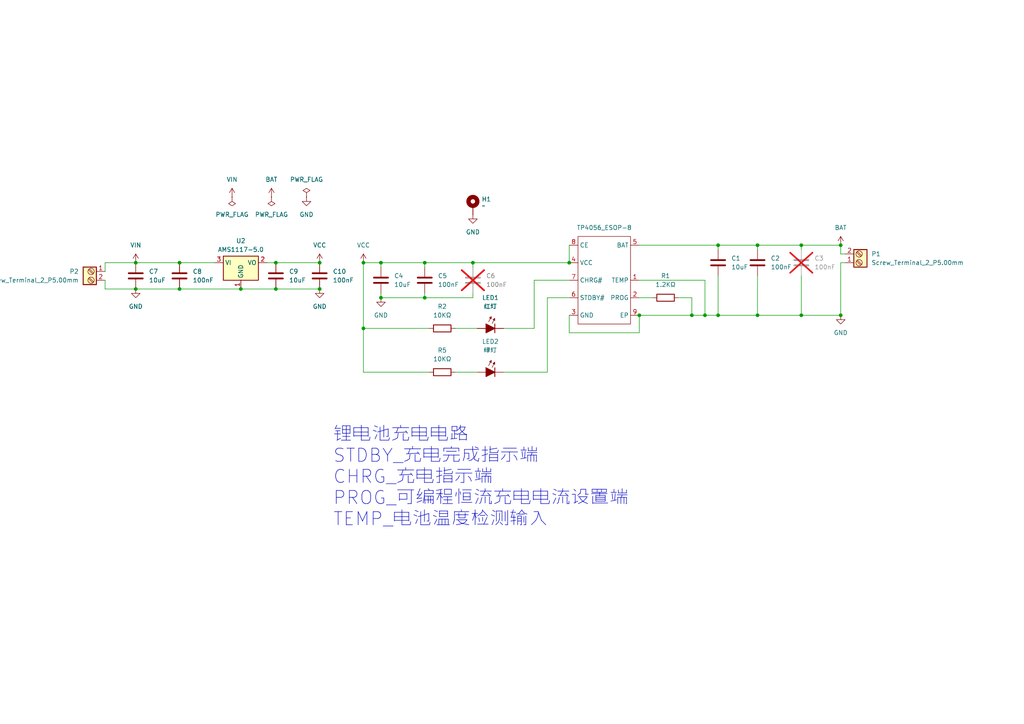
<source format=kicad_sch>
(kicad_sch
	(version 20231120)
	(generator "eeschema")
	(generator_version "8.0")
	(uuid "0f501cdf-739c-4a82-90c0-986d93085286")
	(paper "A4")
	(lib_symbols
		(symbol "Mechanical:MountingHole_Pad"
			(pin_numbers hide)
			(pin_names
				(offset 1.016) hide)
			(exclude_from_sim yes)
			(in_bom no)
			(on_board yes)
			(property "Reference" "H"
				(at 0 6.35 0)
				(effects
					(font
						(size 1.27 1.27)
					)
				)
			)
			(property "Value" "MountingHole_Pad"
				(at 0 4.445 0)
				(effects
					(font
						(size 1.27 1.27)
					)
				)
			)
			(property "Footprint" "MountingHole:MountingHole_3mm_Pad"
				(at 0 0 0)
				(effects
					(font
						(size 1.27 1.27)
					)
					(hide yes)
				)
			)
			(property "Datasheet" "~"
				(at 0 0 0)
				(effects
					(font
						(size 1.27 1.27)
					)
					(hide yes)
				)
			)
			(property "Description" "Mounting Hole with connection"
				(at 0 0 0)
				(effects
					(font
						(size 1.27 1.27)
					)
					(hide yes)
				)
			)
			(property "ki_keywords" "mounting hole"
				(at 0 0 0)
				(effects
					(font
						(size 1.27 1.27)
					)
					(hide yes)
				)
			)
			(property "ki_fp_filters" "MountingHole*Pad*"
				(at 0 0 0)
				(effects
					(font
						(size 1.27 1.27)
					)
					(hide yes)
				)
			)
			(symbol "MountingHole_Pad_0_1"
				(circle
					(center 0 1.27)
					(radius 1.27)
					(stroke
						(width 1.27)
						(type default)
					)
					(fill
						(type none)
					)
				)
			)
			(symbol "MountingHole_Pad_1_1"
				(pin input line
					(at 0 -2.54 90)
					(length 2.54)
					(name "1"
						(effects
							(font
								(size 1.27 1.27)
							)
						)
					)
					(number "1"
						(effects
							(font
								(size 1.27 1.27)
							)
						)
					)
				)
			)
		)
		(symbol "PCM_Capacitor_US_AKL:C_0805"
			(pin_numbers hide)
			(pin_names
				(offset 0.254)
			)
			(exclude_from_sim no)
			(in_bom yes)
			(on_board yes)
			(property "Reference" "C"
				(at 0.635 2.54 0)
				(effects
					(font
						(size 1.27 1.27)
					)
					(justify left)
				)
			)
			(property "Value" "C_0805"
				(at 0.635 -2.54 0)
				(effects
					(font
						(size 1.27 1.27)
					)
					(justify left)
				)
			)
			(property "Footprint" "PCM_Capacitor_SMD_AKL:C_0805_2012Metric"
				(at 0.9652 -3.81 0)
				(effects
					(font
						(size 1.27 1.27)
					)
					(hide yes)
				)
			)
			(property "Datasheet" "~"
				(at 0 0 0)
				(effects
					(font
						(size 1.27 1.27)
					)
					(hide yes)
				)
			)
			(property "Description" "SMD 0805 MLCC capacitor, Alternate KiCad Library"
				(at 0 0 0)
				(effects
					(font
						(size 1.27 1.27)
					)
					(hide yes)
				)
			)
			(property "ki_keywords" "cap capacitor ceramic chip mlcc smd 0805"
				(at 0 0 0)
				(effects
					(font
						(size 1.27 1.27)
					)
					(hide yes)
				)
			)
			(property "ki_fp_filters" "C_*"
				(at 0 0 0)
				(effects
					(font
						(size 1.27 1.27)
					)
					(hide yes)
				)
			)
			(symbol "C_0805_0_1"
				(polyline
					(pts
						(xy -2.032 -0.762) (xy 2.032 -0.762)
					)
					(stroke
						(width 0.508)
						(type default)
					)
					(fill
						(type none)
					)
				)
				(polyline
					(pts
						(xy -2.032 0.762) (xy 2.032 0.762)
					)
					(stroke
						(width 0.508)
						(type default)
					)
					(fill
						(type none)
					)
				)
			)
			(symbol "C_0805_0_2"
				(polyline
					(pts
						(xy -2.54 -2.54) (xy -0.381 -0.381)
					)
					(stroke
						(width 0)
						(type default)
					)
					(fill
						(type none)
					)
				)
				(polyline
					(pts
						(xy -0.508 -0.508) (xy -1.651 0.635)
					)
					(stroke
						(width 0.508)
						(type default)
					)
					(fill
						(type none)
					)
				)
				(polyline
					(pts
						(xy -0.508 -0.508) (xy 0.635 -1.651)
					)
					(stroke
						(width 0.508)
						(type default)
					)
					(fill
						(type none)
					)
				)
				(polyline
					(pts
						(xy 0.381 0.381) (xy 2.54 2.54)
					)
					(stroke
						(width 0)
						(type default)
					)
					(fill
						(type none)
					)
				)
				(polyline
					(pts
						(xy 0.508 0.508) (xy -0.635 1.651)
					)
					(stroke
						(width 0.508)
						(type default)
					)
					(fill
						(type none)
					)
				)
				(polyline
					(pts
						(xy 0.508 0.508) (xy 1.651 -0.635)
					)
					(stroke
						(width 0.508)
						(type default)
					)
					(fill
						(type none)
					)
				)
			)
			(symbol "C_0805_1_1"
				(pin passive line
					(at 0 3.81 270)
					(length 2.794)
					(name "~"
						(effects
							(font
								(size 1.27 1.27)
							)
						)
					)
					(number "1"
						(effects
							(font
								(size 1.27 1.27)
							)
						)
					)
				)
				(pin passive line
					(at 0 -3.81 90)
					(length 2.794)
					(name "~"
						(effects
							(font
								(size 1.27 1.27)
							)
						)
					)
					(number "2"
						(effects
							(font
								(size 1.27 1.27)
							)
						)
					)
				)
			)
			(symbol "C_0805_1_2"
				(pin passive line
					(at 2.54 2.54 270)
					(length 0)
					(name "~"
						(effects
							(font
								(size 1.27 1.27)
							)
						)
					)
					(number "1"
						(effects
							(font
								(size 1.27 1.27)
							)
						)
					)
				)
				(pin passive line
					(at -2.54 -2.54 90)
					(length 0)
					(name "~"
						(effects
							(font
								(size 1.27 1.27)
							)
						)
					)
					(number "2"
						(effects
							(font
								(size 1.27 1.27)
							)
						)
					)
				)
			)
		)
		(symbol "PCM_Capacitor_US_AKL:C_Disc_D5.1mm_W3.2mm_P5.00mm"
			(pin_numbers hide)
			(pin_names
				(offset 0.254)
			)
			(exclude_from_sim no)
			(in_bom yes)
			(on_board yes)
			(property "Reference" "C"
				(at 0.635 2.54 0)
				(effects
					(font
						(size 1.27 1.27)
					)
					(justify left)
				)
			)
			(property "Value" "C_Disc_D5.1mm_W3.2mm_P5.00mm"
				(at 0.635 -2.54 0)
				(effects
					(font
						(size 1.27 1.27)
					)
					(justify left)
				)
			)
			(property "Footprint" "PCM_Capacitor_THT_US_AKL:C_Disc_D5.1mm_W3.2mm_P5.00mm"
				(at 0.9652 -3.81 0)
				(effects
					(font
						(size 1.27 1.27)
					)
					(hide yes)
				)
			)
			(property "Datasheet" "~"
				(at 0 0 0)
				(effects
					(font
						(size 1.27 1.27)
					)
					(hide yes)
				)
			)
			(property "Description" "THT Ceramic Disc Capacitor, 5.1mm Diameter, 3.2mm Width, 5.00mm Pitch, Alternate KiCad Library"
				(at 0 0 0)
				(effects
					(font
						(size 1.27 1.27)
					)
					(hide yes)
				)
			)
			(property "ki_keywords" "cap capacitor tht ceramic disc 5.1x3.2mm 5.00mm"
				(at 0 0 0)
				(effects
					(font
						(size 1.27 1.27)
					)
					(hide yes)
				)
			)
			(property "ki_fp_filters" "C_*"
				(at 0 0 0)
				(effects
					(font
						(size 1.27 1.27)
					)
					(hide yes)
				)
			)
			(symbol "C_Disc_D5.1mm_W3.2mm_P5.00mm_0_1"
				(polyline
					(pts
						(xy -2.032 -0.762) (xy 2.032 -0.762)
					)
					(stroke
						(width 0.508)
						(type default)
					)
					(fill
						(type none)
					)
				)
				(polyline
					(pts
						(xy -2.032 0.762) (xy 2.032 0.762)
					)
					(stroke
						(width 0.508)
						(type default)
					)
					(fill
						(type none)
					)
				)
			)
			(symbol "C_Disc_D5.1mm_W3.2mm_P5.00mm_0_2"
				(polyline
					(pts
						(xy -2.54 -2.54) (xy -0.381 -0.381)
					)
					(stroke
						(width 0)
						(type default)
					)
					(fill
						(type none)
					)
				)
				(polyline
					(pts
						(xy -0.508 -0.508) (xy -1.651 0.635)
					)
					(stroke
						(width 0.508)
						(type default)
					)
					(fill
						(type none)
					)
				)
				(polyline
					(pts
						(xy -0.508 -0.508) (xy 0.635 -1.651)
					)
					(stroke
						(width 0.508)
						(type default)
					)
					(fill
						(type none)
					)
				)
				(polyline
					(pts
						(xy 0.381 0.381) (xy 2.54 2.54)
					)
					(stroke
						(width 0)
						(type default)
					)
					(fill
						(type none)
					)
				)
				(polyline
					(pts
						(xy 0.508 0.508) (xy -0.635 1.651)
					)
					(stroke
						(width 0.508)
						(type default)
					)
					(fill
						(type none)
					)
				)
				(polyline
					(pts
						(xy 0.508 0.508) (xy 1.651 -0.635)
					)
					(stroke
						(width 0.508)
						(type default)
					)
					(fill
						(type none)
					)
				)
			)
			(symbol "C_Disc_D5.1mm_W3.2mm_P5.00mm_1_1"
				(pin passive line
					(at 0 3.81 270)
					(length 2.794)
					(name "~"
						(effects
							(font
								(size 1.27 1.27)
							)
						)
					)
					(number "1"
						(effects
							(font
								(size 1.27 1.27)
							)
						)
					)
				)
				(pin passive line
					(at 0 -3.81 90)
					(length 2.794)
					(name "~"
						(effects
							(font
								(size 1.27 1.27)
							)
						)
					)
					(number "2"
						(effects
							(font
								(size 1.27 1.27)
							)
						)
					)
				)
			)
			(symbol "C_Disc_D5.1mm_W3.2mm_P5.00mm_1_2"
				(pin passive line
					(at 2.54 2.54 270)
					(length 0)
					(name "~"
						(effects
							(font
								(size 1.27 1.27)
							)
						)
					)
					(number "1"
						(effects
							(font
								(size 1.27 1.27)
							)
						)
					)
				)
				(pin passive line
					(at -2.54 -2.54 90)
					(length 0)
					(name "~"
						(effects
							(font
								(size 1.27 1.27)
							)
						)
					)
					(number "2"
						(effects
							(font
								(size 1.27 1.27)
							)
						)
					)
				)
			)
		)
		(symbol "PCM_LED_AKL:LED_3mm"
			(pin_numbers hide)
			(pin_names
				(offset 1.016) hide)
			(exclude_from_sim no)
			(in_bom yes)
			(on_board yes)
			(property "Reference" "LED"
				(at 0 7.62 0)
				(effects
					(font
						(size 1.27 1.27)
					)
				)
			)
			(property "Value" "LED_3mm"
				(at 0 5.08 0)
				(effects
					(font
						(size 1.27 1.27)
					)
				)
			)
			(property "Footprint" "PCM_LED_THT_AKL:LED_D3.0mm"
				(at 0 0 0)
				(effects
					(font
						(size 1.27 1.27)
					)
					(hide yes)
				)
			)
			(property "Datasheet" "~"
				(at 0 0 0)
				(effects
					(font
						(size 1.27 1.27)
					)
					(hide yes)
				)
			)
			(property "Description" "LED, Generic 3mm THT, Alternate KiCad Library"
				(at 0 0 0)
				(effects
					(font
						(size 1.27 1.27)
					)
					(hide yes)
				)
			)
			(property "ki_keywords" "LED diode generic 3mm THT"
				(at 0 0 0)
				(effects
					(font
						(size 1.27 1.27)
					)
					(hide yes)
				)
			)
			(property "ki_fp_filters" "LED* LED_SMD:* LED_THT:*"
				(at 0 0 0)
				(effects
					(font
						(size 1.27 1.27)
					)
					(hide yes)
				)
			)
			(symbol "LED_3mm_0_1"
				(polyline
					(pts
						(xy -0.508 1.905) (xy 0.254 3.429)
					)
					(stroke
						(width 0.1524)
						(type default)
					)
					(fill
						(type none)
					)
				)
				(polyline
					(pts
						(xy 0 2.921) (xy -0.254 3.048)
					)
					(stroke
						(width 0.1524)
						(type default)
					)
					(fill
						(type none)
					)
				)
				(polyline
					(pts
						(xy 0 2.921) (xy 0.254 2.794)
					)
					(stroke
						(width 0.1524)
						(type default)
					)
					(fill
						(type none)
					)
				)
				(polyline
					(pts
						(xy 0.508 1.397) (xy 1.27 2.921)
					)
					(stroke
						(width 0.1524)
						(type default)
					)
					(fill
						(type none)
					)
				)
				(polyline
					(pts
						(xy 1.016 2.413) (xy 0.762 2.54)
					)
					(stroke
						(width 0.1524)
						(type default)
					)
					(fill
						(type none)
					)
				)
				(polyline
					(pts
						(xy 1.016 2.413) (xy 1.27 2.286)
					)
					(stroke
						(width 0.1524)
						(type default)
					)
					(fill
						(type none)
					)
				)
				(polyline
					(pts
						(xy 1.27 0) (xy -1.27 0)
					)
					(stroke
						(width 0)
						(type default)
					)
					(fill
						(type none)
					)
				)
				(polyline
					(pts
						(xy 1.27 1.27) (xy 1.27 -1.27)
					)
					(stroke
						(width 0.254)
						(type default)
					)
					(fill
						(type none)
					)
				)
				(polyline
					(pts
						(xy -1.27 1.27) (xy -1.27 -1.27) (xy 1.27 0) (xy -1.27 1.27)
					)
					(stroke
						(width 0.254)
						(type default)
					)
					(fill
						(type outline)
					)
				)
				(polyline
					(pts
						(xy 0.254 2.794) (xy -0.254 3.048) (xy 0.254 3.429) (xy 0.254 2.794)
					)
					(stroke
						(width 0.1524)
						(type default)
					)
					(fill
						(type outline)
					)
				)
				(polyline
					(pts
						(xy 1.27 2.286) (xy 0.762 2.54) (xy 1.27 2.921) (xy 1.27 2.286)
					)
					(stroke
						(width 0.1524)
						(type default)
					)
					(fill
						(type outline)
					)
				)
			)
			(symbol "LED_3mm_0_2"
				(polyline
					(pts
						(xy -2.54 -2.54) (xy 2.54 2.54)
					)
					(stroke
						(width 0)
						(type default)
					)
					(fill
						(type none)
					)
				)
				(polyline
					(pts
						(xy -1.651 0.889) (xy -2.159 2.413)
					)
					(stroke
						(width 0)
						(type default)
					)
					(fill
						(type none)
					)
				)
				(polyline
					(pts
						(xy -0.508 1.27) (xy -1.016 2.794)
					)
					(stroke
						(width 0)
						(type default)
					)
					(fill
						(type none)
					)
				)
				(polyline
					(pts
						(xy 0 1.778) (xy 1.778 0)
					)
					(stroke
						(width 0.254)
						(type default)
					)
					(fill
						(type none)
					)
				)
				(polyline
					(pts
						(xy -2.159 2.413) (xy -2.286 1.778) (xy -1.6764 1.9812) (xy -2.159 2.413)
					)
					(stroke
						(width 0)
						(type default)
					)
					(fill
						(type outline)
					)
				)
				(polyline
					(pts
						(xy -1.016 2.794) (xy -1.143 2.159) (xy -0.5334 2.3622) (xy -1.016 2.794)
					)
					(stroke
						(width 0)
						(type default)
					)
					(fill
						(type outline)
					)
				)
				(polyline
					(pts
						(xy -0.889 -0.889) (xy -1.778 0) (xy 0.889 0.889) (xy 0 -1.778) (xy -0.889 -0.889)
					)
					(stroke
						(width 0.254)
						(type default)
					)
					(fill
						(type outline)
					)
				)
			)
			(symbol "LED_3mm_1_1"
				(pin passive line
					(at 3.81 0 180)
					(length 2.54)
					(name "K"
						(effects
							(font
								(size 1.27 1.27)
							)
						)
					)
					(number "1"
						(effects
							(font
								(size 1.27 1.27)
							)
						)
					)
				)
				(pin passive line
					(at -3.81 0 0)
					(length 2.54)
					(name "A"
						(effects
							(font
								(size 1.27 1.27)
							)
						)
					)
					(number "2"
						(effects
							(font
								(size 1.27 1.27)
							)
						)
					)
				)
			)
			(symbol "LED_3mm_1_2"
				(pin passive line
					(at 2.54 2.54 180)
					(length 0)
					(name "K"
						(effects
							(font
								(size 1.27 1.27)
							)
						)
					)
					(number "1"
						(effects
							(font
								(size 1.27 1.27)
							)
						)
					)
				)
				(pin passive line
					(at -2.54 -2.54 0)
					(length 0)
					(name "A"
						(effects
							(font
								(size 1.27 1.27)
							)
						)
					)
					(number "2"
						(effects
							(font
								(size 1.27 1.27)
							)
						)
					)
				)
			)
		)
		(symbol "PCM_Resistor_AKL:R_DIN0207_P2.54mm"
			(pin_numbers hide)
			(pin_names
				(offset 0)
			)
			(exclude_from_sim no)
			(in_bom yes)
			(on_board yes)
			(property "Reference" "R"
				(at 2.54 1.27 0)
				(effects
					(font
						(size 1.27 1.27)
					)
					(justify left)
				)
			)
			(property "Value" "R_DIN0207_P2.54mm"
				(at 2.54 -1.27 0)
				(effects
					(font
						(size 1.27 1.27)
					)
					(justify left)
				)
			)
			(property "Footprint" "PCM_Resistor_THT_AKL:R_Axial_DIN0207_L6.3mm_D2.5mm_P2.54mm_Vertical"
				(at 0 -11.43 0)
				(effects
					(font
						(size 1.27 1.27)
					)
					(hide yes)
				)
			)
			(property "Datasheet" "~"
				(at 0 0 0)
				(effects
					(font
						(size 1.27 1.27)
					)
					(hide yes)
				)
			)
			(property "Description" "THT 0207 Resistor, 2.54mm Pin Pitch, European Symbol, Alternate KiCad Library"
				(at 0 0 0)
				(effects
					(font
						(size 1.27 1.27)
					)
					(hide yes)
				)
			)
			(property "ki_keywords" "R res resistor eu tht 2.54mm 0207"
				(at 0 0 0)
				(effects
					(font
						(size 1.27 1.27)
					)
					(hide yes)
				)
			)
			(property "ki_fp_filters" "R_*"
				(at 0 0 0)
				(effects
					(font
						(size 1.27 1.27)
					)
					(hide yes)
				)
			)
			(symbol "R_DIN0207_P2.54mm_0_1"
				(rectangle
					(start -1.016 2.54)
					(end 1.016 -2.54)
					(stroke
						(width 0.254)
						(type default)
					)
					(fill
						(type none)
					)
				)
			)
			(symbol "R_DIN0207_P2.54mm_0_2"
				(polyline
					(pts
						(xy -2.54 -2.54) (xy -1.524 -1.524)
					)
					(stroke
						(width 0)
						(type default)
					)
					(fill
						(type none)
					)
				)
				(polyline
					(pts
						(xy 1.524 1.524) (xy 2.54 2.54)
					)
					(stroke
						(width 0)
						(type default)
					)
					(fill
						(type none)
					)
				)
				(polyline
					(pts
						(xy 1.524 1.524) (xy 0.889 2.159) (xy -2.159 -0.889) (xy -0.889 -2.159) (xy 2.159 0.889) (xy 1.524 1.524)
					)
					(stroke
						(width 0.254)
						(type default)
					)
					(fill
						(type none)
					)
				)
			)
			(symbol "R_DIN0207_P2.54mm_1_1"
				(pin passive line
					(at 0 3.81 270)
					(length 1.27)
					(name "~"
						(effects
							(font
								(size 1.27 1.27)
							)
						)
					)
					(number "1"
						(effects
							(font
								(size 1.27 1.27)
							)
						)
					)
				)
				(pin passive line
					(at 0 -3.81 90)
					(length 1.27)
					(name "~"
						(effects
							(font
								(size 1.27 1.27)
							)
						)
					)
					(number "2"
						(effects
							(font
								(size 1.27 1.27)
							)
						)
					)
				)
			)
			(symbol "R_DIN0207_P2.54mm_1_2"
				(pin passive line
					(at 2.54 2.54 180)
					(length 0)
					(name ""
						(effects
							(font
								(size 1.27 1.27)
							)
						)
					)
					(number "1"
						(effects
							(font
								(size 1.27 1.27)
							)
						)
					)
				)
				(pin passive line
					(at -2.54 -2.54 0)
					(length 0)
					(name ""
						(effects
							(font
								(size 1.27 1.27)
							)
						)
					)
					(number "2"
						(effects
							(font
								(size 1.27 1.27)
							)
						)
					)
				)
			)
		)
		(symbol "PCM_SL_Screw_Terminal:Screw_Terminal_2_P5.00mm"
			(exclude_from_sim no)
			(in_bom yes)
			(on_board yes)
			(property "Reference" "J"
				(at 0 3.81 0)
				(effects
					(font
						(size 1.27 1.27)
					)
				)
			)
			(property "Value" "Screw_Terminal_2_P5.00mm"
				(at 0 -3.81 0)
				(effects
					(font
						(size 1.27 1.27)
					)
				)
			)
			(property "Footprint" "TerminalBlock_Phoenix:TerminalBlock_Phoenix_PT-1,5-2-5.0-H_1x02_P5.00mm_Horizontal"
				(at 1.27 -6.35 0)
				(effects
					(font
						(size 1.27 1.27)
					)
					(hide yes)
				)
			)
			(property "Datasheet" ""
				(at 0 0 0)
				(effects
					(font
						(size 1.27 1.27)
					)
					(hide yes)
				)
			)
			(property "Description" ""
				(at 0 0 0)
				(effects
					(font
						(size 1.27 1.27)
					)
					(hide yes)
				)
			)
			(property "ki_keywords" "Screw Terminal"
				(at 0 0 0)
				(effects
					(font
						(size 1.27 1.27)
					)
					(hide yes)
				)
			)
			(symbol "Screw_Terminal_2_P5.00mm_0_1"
				(rectangle
					(start -1.27 2.54)
					(end 2.54 -2.54)
					(stroke
						(width 0.3)
						(type default)
					)
					(fill
						(type background)
					)
				)
				(polyline
					(pts
						(xy -0.254 -2.032) (xy 1.016 -0.762)
					)
					(stroke
						(width 0)
						(type default)
					)
					(fill
						(type none)
					)
				)
				(polyline
					(pts
						(xy -0.254 0.508) (xy 1.016 1.778)
					)
					(stroke
						(width 0)
						(type default)
					)
					(fill
						(type none)
					)
				)
				(polyline
					(pts
						(xy 0 -1.27) (xy -0.508 -1.778) (xy 0.762 -0.508)
					)
					(stroke
						(width 0)
						(type default)
					)
					(fill
						(type none)
					)
				)
				(polyline
					(pts
						(xy 0 1.27) (xy -0.508 0.762) (xy 0.762 2.032)
					)
					(stroke
						(width 0)
						(type default)
					)
					(fill
						(type none)
					)
				)
				(circle
					(center 0.254 -1.27)
					(radius 0.9158)
					(stroke
						(width 0)
						(type default)
					)
					(fill
						(type none)
					)
				)
				(circle
					(center 0.254 1.27)
					(radius 0.9158)
					(stroke
						(width 0)
						(type default)
					)
					(fill
						(type none)
					)
				)
			)
			(symbol "Screw_Terminal_2_P5.00mm_1_1"
				(pin passive line
					(at -3.81 1.27 0)
					(length 2.54)
					(name ""
						(effects
							(font
								(size 1.27 1.27)
							)
						)
					)
					(number "1"
						(effects
							(font
								(size 1.27 1.27)
							)
						)
					)
				)
				(pin passive line
					(at -3.81 -1.27 0)
					(length 2.54)
					(name ""
						(effects
							(font
								(size 1.27 1.27)
							)
						)
					)
					(number "2"
						(effects
							(font
								(size 1.27 1.27)
							)
						)
					)
				)
			)
		)
		(symbol "Regulator_Linear:AMS1117-5.0"
			(exclude_from_sim no)
			(in_bom yes)
			(on_board yes)
			(property "Reference" "U"
				(at -3.81 3.175 0)
				(effects
					(font
						(size 1.27 1.27)
					)
				)
			)
			(property "Value" "AMS1117-5.0"
				(at 0 3.175 0)
				(effects
					(font
						(size 1.27 1.27)
					)
					(justify left)
				)
			)
			(property "Footprint" "Package_TO_SOT_SMD:SOT-223-3_TabPin2"
				(at 0 5.08 0)
				(effects
					(font
						(size 1.27 1.27)
					)
					(hide yes)
				)
			)
			(property "Datasheet" "http://www.advanced-monolithic.com/pdf/ds1117.pdf"
				(at 2.54 -6.35 0)
				(effects
					(font
						(size 1.27 1.27)
					)
					(hide yes)
				)
			)
			(property "Description" "1A Low Dropout regulator, positive, 5.0V fixed output, SOT-223"
				(at 0 0 0)
				(effects
					(font
						(size 1.27 1.27)
					)
					(hide yes)
				)
			)
			(property "ki_keywords" "linear regulator ldo fixed positive"
				(at 0 0 0)
				(effects
					(font
						(size 1.27 1.27)
					)
					(hide yes)
				)
			)
			(property "ki_fp_filters" "SOT?223*TabPin2*"
				(at 0 0 0)
				(effects
					(font
						(size 1.27 1.27)
					)
					(hide yes)
				)
			)
			(symbol "AMS1117-5.0_0_1"
				(rectangle
					(start -5.08 -5.08)
					(end 5.08 1.905)
					(stroke
						(width 0.254)
						(type default)
					)
					(fill
						(type background)
					)
				)
			)
			(symbol "AMS1117-5.0_1_1"
				(pin power_in line
					(at 0 -7.62 90)
					(length 2.54)
					(name "GND"
						(effects
							(font
								(size 1.27 1.27)
							)
						)
					)
					(number "1"
						(effects
							(font
								(size 1.27 1.27)
							)
						)
					)
				)
				(pin power_out line
					(at 7.62 0 180)
					(length 2.54)
					(name "VO"
						(effects
							(font
								(size 1.27 1.27)
							)
						)
					)
					(number "2"
						(effects
							(font
								(size 1.27 1.27)
							)
						)
					)
				)
				(pin power_in line
					(at -7.62 0 0)
					(length 2.54)
					(name "VI"
						(effects
							(font
								(size 1.27 1.27)
							)
						)
					)
					(number "3"
						(effects
							(font
								(size 1.27 1.27)
							)
						)
					)
				)
			)
		)
		(symbol "power:GND"
			(power)
			(pin_numbers hide)
			(pin_names
				(offset 0) hide)
			(exclude_from_sim no)
			(in_bom yes)
			(on_board yes)
			(property "Reference" "#PWR"
				(at 0 -6.35 0)
				(effects
					(font
						(size 1.27 1.27)
					)
					(hide yes)
				)
			)
			(property "Value" "GND"
				(at 0 -3.81 0)
				(effects
					(font
						(size 1.27 1.27)
					)
				)
			)
			(property "Footprint" ""
				(at 0 0 0)
				(effects
					(font
						(size 1.27 1.27)
					)
					(hide yes)
				)
			)
			(property "Datasheet" ""
				(at 0 0 0)
				(effects
					(font
						(size 1.27 1.27)
					)
					(hide yes)
				)
			)
			(property "Description" "Power symbol creates a global label with name \"GND\" , ground"
				(at 0 0 0)
				(effects
					(font
						(size 1.27 1.27)
					)
					(hide yes)
				)
			)
			(property "ki_keywords" "global power"
				(at 0 0 0)
				(effects
					(font
						(size 1.27 1.27)
					)
					(hide yes)
				)
			)
			(symbol "GND_0_1"
				(polyline
					(pts
						(xy 0 0) (xy 0 -1.27) (xy 1.27 -1.27) (xy 0 -2.54) (xy -1.27 -1.27) (xy 0 -1.27)
					)
					(stroke
						(width 0)
						(type default)
					)
					(fill
						(type none)
					)
				)
			)
			(symbol "GND_1_1"
				(pin power_in line
					(at 0 0 270)
					(length 0)
					(name "~"
						(effects
							(font
								(size 1.27 1.27)
							)
						)
					)
					(number "1"
						(effects
							(font
								(size 1.27 1.27)
							)
						)
					)
				)
			)
		)
		(symbol "power:PWR_FLAG"
			(power)
			(pin_numbers hide)
			(pin_names
				(offset 0) hide)
			(exclude_from_sim no)
			(in_bom yes)
			(on_board yes)
			(property "Reference" "#FLG"
				(at 0 1.905 0)
				(effects
					(font
						(size 1.27 1.27)
					)
					(hide yes)
				)
			)
			(property "Value" "PWR_FLAG"
				(at 0 3.81 0)
				(effects
					(font
						(size 1.27 1.27)
					)
				)
			)
			(property "Footprint" ""
				(at 0 0 0)
				(effects
					(font
						(size 1.27 1.27)
					)
					(hide yes)
				)
			)
			(property "Datasheet" "~"
				(at 0 0 0)
				(effects
					(font
						(size 1.27 1.27)
					)
					(hide yes)
				)
			)
			(property "Description" "Special symbol for telling ERC where power comes from"
				(at 0 0 0)
				(effects
					(font
						(size 1.27 1.27)
					)
					(hide yes)
				)
			)
			(property "ki_keywords" "flag power"
				(at 0 0 0)
				(effects
					(font
						(size 1.27 1.27)
					)
					(hide yes)
				)
			)
			(symbol "PWR_FLAG_0_0"
				(pin power_out line
					(at 0 0 90)
					(length 0)
					(name "~"
						(effects
							(font
								(size 1.27 1.27)
							)
						)
					)
					(number "1"
						(effects
							(font
								(size 1.27 1.27)
							)
						)
					)
				)
			)
			(symbol "PWR_FLAG_0_1"
				(polyline
					(pts
						(xy 0 0) (xy 0 1.27) (xy -1.016 1.905) (xy 0 2.54) (xy 1.016 1.905) (xy 0 1.27)
					)
					(stroke
						(width 0)
						(type default)
					)
					(fill
						(type none)
					)
				)
			)
		)
		(symbol "power:VCC"
			(power)
			(pin_numbers hide)
			(pin_names
				(offset 0) hide)
			(exclude_from_sim no)
			(in_bom yes)
			(on_board yes)
			(property "Reference" "#PWR"
				(at 0 -3.81 0)
				(effects
					(font
						(size 1.27 1.27)
					)
					(hide yes)
				)
			)
			(property "Value" "VCC"
				(at 0 3.556 0)
				(effects
					(font
						(size 1.27 1.27)
					)
				)
			)
			(property "Footprint" ""
				(at 0 0 0)
				(effects
					(font
						(size 1.27 1.27)
					)
					(hide yes)
				)
			)
			(property "Datasheet" ""
				(at 0 0 0)
				(effects
					(font
						(size 1.27 1.27)
					)
					(hide yes)
				)
			)
			(property "Description" "Power symbol creates a global label with name \"VCC\""
				(at 0 0 0)
				(effects
					(font
						(size 1.27 1.27)
					)
					(hide yes)
				)
			)
			(property "ki_keywords" "global power"
				(at 0 0 0)
				(effects
					(font
						(size 1.27 1.27)
					)
					(hide yes)
				)
			)
			(symbol "VCC_0_1"
				(polyline
					(pts
						(xy -0.762 1.27) (xy 0 2.54)
					)
					(stroke
						(width 0)
						(type default)
					)
					(fill
						(type none)
					)
				)
				(polyline
					(pts
						(xy 0 0) (xy 0 2.54)
					)
					(stroke
						(width 0)
						(type default)
					)
					(fill
						(type none)
					)
				)
				(polyline
					(pts
						(xy 0 2.54) (xy 0.762 1.27)
					)
					(stroke
						(width 0)
						(type default)
					)
					(fill
						(type none)
					)
				)
			)
			(symbol "VCC_1_1"
				(pin power_in line
					(at 0 0 90)
					(length 0)
					(name "~"
						(effects
							(font
								(size 1.27 1.27)
							)
						)
					)
					(number "1"
						(effects
							(font
								(size 1.27 1.27)
							)
						)
					)
				)
			)
		)
		(symbol "wsylib:TP4056_ESOP-8"
			(exclude_from_sim no)
			(in_bom yes)
			(on_board yes)
			(property "Reference" "U"
				(at 0 17.78 0)
				(effects
					(font
						(size 1.27 1.27)
					)
				)
			)
			(property "Value" "TP4056_ESOP-8"
				(at 0 0 0)
				(effects
					(font
						(size 1.27 1.27)
					)
				)
			)
			(property "Footprint" "PCM_Package_SO_AKL:HSOP-8-1EP_3.9x4.9mm_P1.27mm_EP2.41x3.1mm_ThermalVias2"
				(at 0 0 0)
				(effects
					(font
						(size 1.27 1.27)
					)
					(hide yes)
				)
			)
			(property "Datasheet" "https://atta.szlcsc.com/upload/public/pdf/source/20231225/853A769B08D4F9E636234A223FE051E4.pdf"
				(at 0 0 0)
				(effects
					(font
						(size 1.27 1.27)
					)
					(hide yes)
				)
			)
			(property "Description" "TP4056_ESOP-8"
				(at 0 0 0)
				(effects
					(font
						(size 1.27 1.27)
					)
					(hide yes)
				)
			)
			(symbol "TP4056_ESOP-8_1_0"
				(rectangle
					(start -7.62 12.7)
					(end 7.62 -12.7)
					(stroke
						(width 0)
						(type default)
					)
					(fill
						(type none)
					)
				)
				(pin input line
					(at 10.16 0 180)
					(length 2.54)
					(name "TEMP"
						(effects
							(font
								(size 1.27 1.27)
							)
						)
					)
					(number "1"
						(effects
							(font
								(size 1.27 1.27)
							)
						)
					)
				)
				(pin input line
					(at 10.16 -5.08 180)
					(length 2.54)
					(name "PROG"
						(effects
							(font
								(size 1.27 1.27)
							)
						)
					)
					(number "2"
						(effects
							(font
								(size 1.27 1.27)
							)
						)
					)
				)
				(pin input line
					(at -10.16 -10.16 0)
					(length 2.54)
					(name "GND"
						(effects
							(font
								(size 1.27 1.27)
							)
						)
					)
					(number "3"
						(effects
							(font
								(size 1.27 1.27)
							)
						)
					)
				)
				(pin input line
					(at -10.16 5.08 0)
					(length 2.54)
					(name "VCC"
						(effects
							(font
								(size 1.27 1.27)
							)
						)
					)
					(number "4"
						(effects
							(font
								(size 1.27 1.27)
							)
						)
					)
				)
				(pin input line
					(at 10.16 10.16 180)
					(length 2.54)
					(name "BAT"
						(effects
							(font
								(size 1.27 1.27)
							)
						)
					)
					(number "5"
						(effects
							(font
								(size 1.27 1.27)
							)
						)
					)
				)
				(pin input line
					(at -10.16 -5.08 0)
					(length 2.54)
					(name "STDBY#"
						(effects
							(font
								(size 1.27 1.27)
							)
						)
					)
					(number "6"
						(effects
							(font
								(size 1.27 1.27)
							)
						)
					)
				)
				(pin input line
					(at -10.16 0 0)
					(length 2.54)
					(name "CHRG#"
						(effects
							(font
								(size 1.27 1.27)
							)
						)
					)
					(number "7"
						(effects
							(font
								(size 1.27 1.27)
							)
						)
					)
				)
				(pin input line
					(at -10.16 10.16 0)
					(length 2.54)
					(name "CE"
						(effects
							(font
								(size 1.27 1.27)
							)
						)
					)
					(number "8"
						(effects
							(font
								(size 1.27 1.27)
							)
						)
					)
				)
				(pin input line
					(at 10.16 -10.16 180)
					(length 2.54)
					(name "EP"
						(effects
							(font
								(size 1.27 1.27)
							)
						)
					)
					(number "9"
						(effects
							(font
								(size 1.27 1.27)
							)
						)
					)
				)
			)
		)
	)
	(junction
		(at 137.16 76.2)
		(diameter 0)
		(color 0 0 0 0)
		(uuid "068ab7b6-a422-49f0-926c-7e110fcba209")
	)
	(junction
		(at 52.07 76.2)
		(diameter 0)
		(color 0 0 0 0)
		(uuid "09edf32b-3fbd-4e75-a664-93d53887ccd0")
	)
	(junction
		(at 110.49 76.2)
		(diameter 0)
		(color 0 0 0 0)
		(uuid "0dd412f7-1c03-4301-b2ee-90c9971a32f7")
	)
	(junction
		(at 123.19 76.2)
		(diameter 0)
		(color 0 0 0 0)
		(uuid "0fcde94e-0340-4360-9ee7-cf7deb1ca405")
	)
	(junction
		(at 219.71 71.12)
		(diameter 0)
		(color 0 0 0 0)
		(uuid "144f0947-d2a6-4f80-a417-dfdc1f14588c")
	)
	(junction
		(at 208.28 71.12)
		(diameter 0)
		(color 0 0 0 0)
		(uuid "15810b1f-4518-4f57-9eb2-b10101d00cf7")
	)
	(junction
		(at 243.84 91.44)
		(diameter 0)
		(color 0 0 0 0)
		(uuid "36f60871-cee0-4fc8-ae1b-0d5c5468e659")
	)
	(junction
		(at 39.37 83.82)
		(diameter 0)
		(color 0 0 0 0)
		(uuid "3ad9e93d-6ac3-45f7-89e2-d7f714f8bc07")
	)
	(junction
		(at 200.66 91.44)
		(diameter 0)
		(color 0 0 0 0)
		(uuid "3bce0396-a95a-4973-9832-272c87ecffaf")
	)
	(junction
		(at 105.41 95.25)
		(diameter 0)
		(color 0 0 0 0)
		(uuid "3cfb91e4-05b2-42f3-966e-8baf4ddc047b")
	)
	(junction
		(at 92.71 83.82)
		(diameter 0)
		(color 0 0 0 0)
		(uuid "48ab43d9-37d8-41f8-a471-a330fc304da0")
	)
	(junction
		(at 105.41 76.2)
		(diameter 0)
		(color 0 0 0 0)
		(uuid "4e1ea5ae-dd84-483e-8bd3-efb20519f03b")
	)
	(junction
		(at 219.71 91.44)
		(diameter 0)
		(color 0 0 0 0)
		(uuid "52c9ce5e-0152-49d2-8fa2-0d836c9b6b60")
	)
	(junction
		(at 232.41 71.12)
		(diameter 0)
		(color 0 0 0 0)
		(uuid "56f95b08-9dc6-4b7e-bb23-4e1e535a8f56")
	)
	(junction
		(at 80.01 76.2)
		(diameter 0)
		(color 0 0 0 0)
		(uuid "5d7ec550-2b90-4e62-a96c-6a50662457ba")
	)
	(junction
		(at 39.37 76.2)
		(diameter 0)
		(color 0 0 0 0)
		(uuid "62908655-0407-4690-978c-2ea74d91d5a8")
	)
	(junction
		(at 69.85 83.82)
		(diameter 0)
		(color 0 0 0 0)
		(uuid "66d57e70-58af-4c42-a450-afc4deaba5af")
	)
	(junction
		(at 204.47 91.44)
		(diameter 0)
		(color 0 0 0 0)
		(uuid "68780f13-58ef-4ef8-9643-59e267900a03")
	)
	(junction
		(at 110.49 86.36)
		(diameter 0)
		(color 0 0 0 0)
		(uuid "7308dd5f-353e-4531-bfab-f3aaf46872f1")
	)
	(junction
		(at 232.41 91.44)
		(diameter 0)
		(color 0 0 0 0)
		(uuid "8c5b06c0-f0f4-4805-8bad-e0f442173eca")
	)
	(junction
		(at 165.1 76.2)
		(diameter 0)
		(color 0 0 0 0)
		(uuid "8f4df1ff-dd0c-482f-a401-b4de27323598")
	)
	(junction
		(at 52.07 83.82)
		(diameter 0)
		(color 0 0 0 0)
		(uuid "ada73b6e-411f-4b23-ae59-85ee2f2a33bd")
	)
	(junction
		(at 123.19 86.36)
		(diameter 0)
		(color 0 0 0 0)
		(uuid "b3dfba8e-383a-4302-b063-a19e5dae0c88")
	)
	(junction
		(at 92.71 76.2)
		(diameter 0)
		(color 0 0 0 0)
		(uuid "c5cefc6d-3f14-4bea-b84c-a11afdabac04")
	)
	(junction
		(at 243.84 71.12)
		(diameter 0)
		(color 0 0 0 0)
		(uuid "cc5e103e-d027-40d6-87cf-0ce80b5b5e1f")
	)
	(junction
		(at 185.42 91.44)
		(diameter 0)
		(color 0 0 0 0)
		(uuid "d2d5c991-3837-4624-8c3a-d45845c42651")
	)
	(junction
		(at 80.01 83.82)
		(diameter 0)
		(color 0 0 0 0)
		(uuid "e05b131c-16f4-4faf-af0d-9212a96098fc")
	)
	(junction
		(at 208.28 91.44)
		(diameter 0)
		(color 0 0 0 0)
		(uuid "ebf846ea-3eab-4afe-9414-1a6596b32173")
	)
	(wire
		(pts
			(xy 110.49 86.36) (xy 123.19 86.36)
		)
		(stroke
			(width 0)
			(type default)
		)
		(uuid "0016b01e-0526-4c4f-af1b-312a123844e5")
	)
	(wire
		(pts
			(xy 185.42 71.12) (xy 208.28 71.12)
		)
		(stroke
			(width 0)
			(type default)
		)
		(uuid "01a435f0-9ca8-4fca-b65d-3934bcc99668")
	)
	(wire
		(pts
			(xy 154.94 81.28) (xy 154.94 95.25)
		)
		(stroke
			(width 0)
			(type default)
		)
		(uuid "027293bb-5f21-4492-9480-d92780d8f0a8")
	)
	(wire
		(pts
			(xy 30.48 81.28) (xy 30.48 83.82)
		)
		(stroke
			(width 0)
			(type default)
		)
		(uuid "03f1ba9e-033d-44ab-b026-be309865f016")
	)
	(wire
		(pts
			(xy 208.28 91.44) (xy 219.71 91.44)
		)
		(stroke
			(width 0)
			(type default)
		)
		(uuid "0580b82c-d52c-446d-80ed-1e93a33f1d36")
	)
	(wire
		(pts
			(xy 80.01 76.2) (xy 92.71 76.2)
		)
		(stroke
			(width 0)
			(type default)
		)
		(uuid "08732e47-c9b9-4c65-8bb7-1eaa7805b53d")
	)
	(wire
		(pts
			(xy 146.05 107.95) (xy 158.75 107.95)
		)
		(stroke
			(width 0)
			(type default)
		)
		(uuid "0b864c1b-38c6-4b62-abe7-24f3aa6c1b6f")
	)
	(wire
		(pts
			(xy 165.1 91.44) (xy 165.1 96.52)
		)
		(stroke
			(width 0)
			(type default)
		)
		(uuid "0c2fac1a-386f-43a8-a3e2-40d0bea28930")
	)
	(wire
		(pts
			(xy 219.71 80.01) (xy 219.71 91.44)
		)
		(stroke
			(width 0)
			(type default)
		)
		(uuid "0c403288-ce8c-47c0-b82b-c5dd49f93438")
	)
	(wire
		(pts
			(xy 80.01 83.82) (xy 92.71 83.82)
		)
		(stroke
			(width 0)
			(type default)
		)
		(uuid "0fe77322-023c-488a-9433-1c65d03272ef")
	)
	(wire
		(pts
			(xy 232.41 91.44) (xy 243.84 91.44)
		)
		(stroke
			(width 0)
			(type default)
		)
		(uuid "102a127c-c8e9-4d16-9108-5073b72c7a24")
	)
	(wire
		(pts
			(xy 110.49 76.2) (xy 110.49 77.47)
		)
		(stroke
			(width 0)
			(type default)
		)
		(uuid "149364d5-db7d-428b-b051-368d17ccee35")
	)
	(wire
		(pts
			(xy 69.85 83.82) (xy 80.01 83.82)
		)
		(stroke
			(width 0)
			(type default)
		)
		(uuid "18062ead-51ec-4d99-a4f3-fcb7eee8f241")
	)
	(wire
		(pts
			(xy 132.08 107.95) (xy 138.43 107.95)
		)
		(stroke
			(width 0)
			(type default)
		)
		(uuid "1e23bfd4-2987-4429-8ae2-0f82b0229c5e")
	)
	(wire
		(pts
			(xy 208.28 71.12) (xy 219.71 71.12)
		)
		(stroke
			(width 0)
			(type default)
		)
		(uuid "1e8926fd-c224-4ebb-a189-43829848d9fa")
	)
	(wire
		(pts
			(xy 137.16 76.2) (xy 165.1 76.2)
		)
		(stroke
			(width 0)
			(type default)
		)
		(uuid "234ae76a-1445-4001-b529-f447ad8a578e")
	)
	(wire
		(pts
			(xy 196.85 86.36) (xy 200.66 86.36)
		)
		(stroke
			(width 0)
			(type default)
		)
		(uuid "29e0ff48-a711-454a-a70b-e3261e93fd80")
	)
	(wire
		(pts
			(xy 137.16 85.09) (xy 137.16 86.36)
		)
		(stroke
			(width 0)
			(type default)
		)
		(uuid "2bb76584-91d6-4135-8dbd-6fde659b5bef")
	)
	(wire
		(pts
			(xy 232.41 80.01) (xy 232.41 91.44)
		)
		(stroke
			(width 0)
			(type default)
		)
		(uuid "383f35a7-38da-4b19-a364-0b03dbf8320f")
	)
	(wire
		(pts
			(xy 105.41 95.25) (xy 105.41 76.2)
		)
		(stroke
			(width 0)
			(type default)
		)
		(uuid "3a64411c-8949-4078-aba1-bbf1dc75cc44")
	)
	(wire
		(pts
			(xy 204.47 81.28) (xy 204.47 91.44)
		)
		(stroke
			(width 0)
			(type default)
		)
		(uuid "427a54fe-b002-4185-aebd-e7d7690da066")
	)
	(wire
		(pts
			(xy 52.07 83.82) (xy 69.85 83.82)
		)
		(stroke
			(width 0)
			(type default)
		)
		(uuid "4f303247-1294-4cc9-a9ef-71f8f3239f1a")
	)
	(wire
		(pts
			(xy 200.66 86.36) (xy 200.66 91.44)
		)
		(stroke
			(width 0)
			(type default)
		)
		(uuid "501bee21-381e-4fac-9f4b-24fc83a2c2e6")
	)
	(wire
		(pts
			(xy 77.47 76.2) (xy 80.01 76.2)
		)
		(stroke
			(width 0)
			(type default)
		)
		(uuid "5643f6bc-6061-480b-9743-c8e31fba8133")
	)
	(wire
		(pts
			(xy 185.42 96.52) (xy 185.42 91.44)
		)
		(stroke
			(width 0)
			(type default)
		)
		(uuid "5ba27bd4-17af-4675-bf6f-d91af2715128")
	)
	(wire
		(pts
			(xy 219.71 71.12) (xy 232.41 71.12)
		)
		(stroke
			(width 0)
			(type default)
		)
		(uuid "69f1c8d7-4b69-44e9-937c-e47b3ebdbe70")
	)
	(wire
		(pts
			(xy 243.84 73.66) (xy 245.11 73.66)
		)
		(stroke
			(width 0)
			(type default)
		)
		(uuid "6b0807a4-422f-4198-9677-da3b35842c9c")
	)
	(wire
		(pts
			(xy 243.84 91.44) (xy 243.84 76.2)
		)
		(stroke
			(width 0)
			(type default)
		)
		(uuid "6ca98ec6-73e5-4dd8-9f33-ac18e7326dac")
	)
	(wire
		(pts
			(xy 158.75 107.95) (xy 158.75 86.36)
		)
		(stroke
			(width 0)
			(type default)
		)
		(uuid "6ec81667-72b7-4d8f-a0ab-efae18969be1")
	)
	(wire
		(pts
			(xy 165.1 96.52) (xy 185.42 96.52)
		)
		(stroke
			(width 0)
			(type default)
		)
		(uuid "71bd7b02-ca31-461c-930b-ff7cbe2cb826")
	)
	(wire
		(pts
			(xy 208.28 71.12) (xy 208.28 72.39)
		)
		(stroke
			(width 0)
			(type default)
		)
		(uuid "7532a3f1-9649-42f6-b543-4e39b5c106d8")
	)
	(wire
		(pts
			(xy 158.75 86.36) (xy 165.1 86.36)
		)
		(stroke
			(width 0)
			(type default)
		)
		(uuid "775a2913-98da-4ec8-970b-8008561849f5")
	)
	(wire
		(pts
			(xy 39.37 83.82) (xy 52.07 83.82)
		)
		(stroke
			(width 0)
			(type default)
		)
		(uuid "78076f41-062d-4314-9310-9af8b4b0e00c")
	)
	(wire
		(pts
			(xy 30.48 83.82) (xy 39.37 83.82)
		)
		(stroke
			(width 0)
			(type default)
		)
		(uuid "7a1378e0-b444-4794-b1b1-c7d798a982bb")
	)
	(wire
		(pts
			(xy 105.41 107.95) (xy 124.46 107.95)
		)
		(stroke
			(width 0)
			(type default)
		)
		(uuid "7b91ac76-fa50-4f6a-adbc-a9a5840f5a20")
	)
	(wire
		(pts
			(xy 219.71 71.12) (xy 219.71 72.39)
		)
		(stroke
			(width 0)
			(type default)
		)
		(uuid "80df7660-88fd-4e3a-9ff6-cfcbf0964c89")
	)
	(wire
		(pts
			(xy 123.19 86.36) (xy 137.16 86.36)
		)
		(stroke
			(width 0)
			(type default)
		)
		(uuid "81102de8-29e2-4231-9475-69abbea6c1d4")
	)
	(wire
		(pts
			(xy 200.66 91.44) (xy 204.47 91.44)
		)
		(stroke
			(width 0)
			(type default)
		)
		(uuid "838cb144-2804-4287-a79a-5d0b4d3b715d")
	)
	(wire
		(pts
			(xy 146.05 95.25) (xy 154.94 95.25)
		)
		(stroke
			(width 0)
			(type default)
		)
		(uuid "8be0b7a6-b1c2-4783-931d-d3d14d17de34")
	)
	(wire
		(pts
			(xy 232.41 71.12) (xy 232.41 72.39)
		)
		(stroke
			(width 0)
			(type default)
		)
		(uuid "93050a87-03ff-4d8a-b0bf-95e93e44b80a")
	)
	(wire
		(pts
			(xy 105.41 95.25) (xy 105.41 107.95)
		)
		(stroke
			(width 0)
			(type default)
		)
		(uuid "9481af17-844b-4da2-972d-58865b09a555")
	)
	(wire
		(pts
			(xy 105.41 95.25) (xy 124.46 95.25)
		)
		(stroke
			(width 0)
			(type default)
		)
		(uuid "95d3cde6-e268-418a-99d4-8fd9d9c165c1")
	)
	(wire
		(pts
			(xy 165.1 71.12) (xy 165.1 76.2)
		)
		(stroke
			(width 0)
			(type default)
		)
		(uuid "962d3017-6e74-4d43-98a0-ee745b594eb2")
	)
	(wire
		(pts
			(xy 219.71 91.44) (xy 232.41 91.44)
		)
		(stroke
			(width 0)
			(type default)
		)
		(uuid "a03c9204-bbb1-4c32-9b48-ce402ff650a3")
	)
	(wire
		(pts
			(xy 30.48 76.2) (xy 39.37 76.2)
		)
		(stroke
			(width 0)
			(type default)
		)
		(uuid "a1953f4b-092a-43a8-a42e-5f1d8423f145")
	)
	(wire
		(pts
			(xy 123.19 85.09) (xy 123.19 86.36)
		)
		(stroke
			(width 0)
			(type default)
		)
		(uuid "a32d8c60-8e0e-472e-b251-b83643f24be9")
	)
	(wire
		(pts
			(xy 52.07 76.2) (xy 62.23 76.2)
		)
		(stroke
			(width 0)
			(type default)
		)
		(uuid "ad2eba68-f817-40bc-9ed5-df654e1b92a4")
	)
	(wire
		(pts
			(xy 110.49 85.09) (xy 110.49 86.36)
		)
		(stroke
			(width 0)
			(type default)
		)
		(uuid "b5f2649c-a583-4838-a61d-2723f4ee8b03")
	)
	(wire
		(pts
			(xy 30.48 76.2) (xy 30.48 78.74)
		)
		(stroke
			(width 0)
			(type default)
		)
		(uuid "b5fe341f-2b69-463c-ad2d-2a7efd5fa5cb")
	)
	(wire
		(pts
			(xy 132.08 95.25) (xy 138.43 95.25)
		)
		(stroke
			(width 0)
			(type default)
		)
		(uuid "c451525b-8452-46d7-91ed-5c682be0893d")
	)
	(wire
		(pts
			(xy 185.42 81.28) (xy 204.47 81.28)
		)
		(stroke
			(width 0)
			(type default)
		)
		(uuid "c4ede90f-b945-4c01-a5ad-4c46a695657d")
	)
	(wire
		(pts
			(xy 165.1 81.28) (xy 154.94 81.28)
		)
		(stroke
			(width 0)
			(type default)
		)
		(uuid "cadbbc7f-86ad-4323-bdfb-6cd98bb0cf68")
	)
	(wire
		(pts
			(xy 137.16 76.2) (xy 137.16 77.47)
		)
		(stroke
			(width 0)
			(type default)
		)
		(uuid "cf79aa32-7da4-4c57-9dd2-376b9d5f0978")
	)
	(wire
		(pts
			(xy 232.41 71.12) (xy 243.84 71.12)
		)
		(stroke
			(width 0)
			(type default)
		)
		(uuid "d3abc868-ce74-43f3-9de8-e18610830098")
	)
	(wire
		(pts
			(xy 105.41 76.2) (xy 110.49 76.2)
		)
		(stroke
			(width 0)
			(type default)
		)
		(uuid "d3ee241e-9ca8-4c26-8cb9-fdbb3d5ba9f6")
	)
	(wire
		(pts
			(xy 204.47 91.44) (xy 208.28 91.44)
		)
		(stroke
			(width 0)
			(type default)
		)
		(uuid "d604b1f4-e70a-4a6f-ad3a-3086adeceadc")
	)
	(wire
		(pts
			(xy 123.19 76.2) (xy 123.19 77.47)
		)
		(stroke
			(width 0)
			(type default)
		)
		(uuid "d79f5847-ceb8-4f4d-9b7d-a69808af07a7")
	)
	(wire
		(pts
			(xy 110.49 76.2) (xy 123.19 76.2)
		)
		(stroke
			(width 0)
			(type default)
		)
		(uuid "dda8568a-9e91-4652-ab2b-0da473c09644")
	)
	(wire
		(pts
			(xy 243.84 71.12) (xy 243.84 73.66)
		)
		(stroke
			(width 0)
			(type default)
		)
		(uuid "e1fe4f96-d995-4105-8d54-90a2d3c89917")
	)
	(wire
		(pts
			(xy 123.19 76.2) (xy 137.16 76.2)
		)
		(stroke
			(width 0)
			(type default)
		)
		(uuid "f21252bc-bb63-4049-aff7-940dd0098384")
	)
	(wire
		(pts
			(xy 243.84 76.2) (xy 245.11 76.2)
		)
		(stroke
			(width 0)
			(type default)
		)
		(uuid "f285d028-5f9b-4ada-a2a0-b58ebae69a54")
	)
	(wire
		(pts
			(xy 189.23 86.36) (xy 185.42 86.36)
		)
		(stroke
			(width 0)
			(type default)
		)
		(uuid "f605340c-c4ac-477a-afcb-72d3b349f065")
	)
	(wire
		(pts
			(xy 39.37 76.2) (xy 52.07 76.2)
		)
		(stroke
			(width 0)
			(type default)
		)
		(uuid "f92ada0f-bca8-4e0f-8a81-ff548ed91a30")
	)
	(wire
		(pts
			(xy 208.28 80.01) (xy 208.28 91.44)
		)
		(stroke
			(width 0)
			(type default)
		)
		(uuid "fd1b2b1e-4536-450a-ae2d-bc3ff6ed18a3")
	)
	(wire
		(pts
			(xy 185.42 91.44) (xy 200.66 91.44)
		)
		(stroke
			(width 0)
			(type default)
		)
		(uuid "fd83325f-5dfd-4ea8-941b-b8ce66871931")
	)
	(text "锂电池充电电路\nSTDBY_充电完成指示端\nCHRG_充电指示端\nPROG_可编程恒流充电电流设置端\nTEMP_电池温度检测输入"
		(exclude_from_sim no)
		(at 96.52 138.43 0)
		(effects
			(font
				(size 3.81 3.81)
			)
			(justify left)
		)
		(uuid "f1d5f459-a4b0-4923-98e9-fc219cec6665")
	)
	(symbol
		(lib_id "power:GND")
		(at 243.84 91.44 0)
		(unit 1)
		(exclude_from_sim no)
		(in_bom yes)
		(on_board yes)
		(dnp no)
		(fields_autoplaced yes)
		(uuid "013dd1d9-b69b-4aa6-b6d0-4fdac1130fa1")
		(property "Reference" "#PWR05"
			(at 243.84 97.79 0)
			(effects
				(font
					(size 1.27 1.27)
				)
				(hide yes)
			)
		)
		(property "Value" "GND"
			(at 243.84 96.52 0)
			(effects
				(font
					(size 1.27 1.27)
				)
			)
		)
		(property "Footprint" ""
			(at 243.84 91.44 0)
			(effects
				(font
					(size 1.27 1.27)
				)
				(hide yes)
			)
		)
		(property "Datasheet" ""
			(at 243.84 91.44 0)
			(effects
				(font
					(size 1.27 1.27)
				)
				(hide yes)
			)
		)
		(property "Description" "Power symbol creates a global label with name \"GND\" , ground"
			(at 243.84 91.44 0)
			(effects
				(font
					(size 1.27 1.27)
				)
				(hide yes)
			)
		)
		(pin "1"
			(uuid "f35e564a-6374-4687-be14-cb9ac3415d4f")
		)
		(instances
			(project "TP4056_Lithium_battery_charging"
				(path "/0f501cdf-739c-4a82-90c0-986d93085286"
					(reference "#PWR05")
					(unit 1)
				)
			)
		)
	)
	(symbol
		(lib_id "PCM_Capacitor_US_AKL:C_0805")
		(at 137.16 81.28 0)
		(unit 1)
		(exclude_from_sim no)
		(in_bom yes)
		(on_board yes)
		(dnp yes)
		(fields_autoplaced yes)
		(uuid "06c564e2-f2fa-41e3-8f90-9318e85b21b1")
		(property "Reference" "C6"
			(at 140.97 80.0099 0)
			(effects
				(font
					(size 1.27 1.27)
				)
				(justify left)
			)
		)
		(property "Value" "100nF"
			(at 140.97 82.5499 0)
			(effects
				(font
					(size 1.27 1.27)
				)
				(justify left)
			)
		)
		(property "Footprint" "PCM_Capacitor_SMD_AKL:C_0805_2012Metric"
			(at 138.1252 85.09 0)
			(effects
				(font
					(size 1.27 1.27)
				)
				(hide yes)
			)
		)
		(property "Datasheet" "~"
			(at 137.16 81.28 0)
			(effects
				(font
					(size 1.27 1.27)
				)
				(hide yes)
			)
		)
		(property "Description" "SMD 0805 MLCC capacitor, Alternate KiCad Library"
			(at 137.16 81.28 0)
			(effects
				(font
					(size 1.27 1.27)
				)
				(hide yes)
			)
		)
		(property "LCSC Part Name" ""
			(at 137.16 81.28 0)
			(effects
				(font
					(size 1.27 1.27)
				)
				(hide yes)
			)
		)
		(property "Manufacturer" ""
			(at 137.16 81.28 0)
			(effects
				(font
					(size 1.27 1.27)
				)
				(hide yes)
			)
		)
		(property "Manufacturer Part" ""
			(at 137.16 81.28 0)
			(effects
				(font
					(size 1.27 1.27)
				)
				(hide yes)
			)
		)
		(property "Supplier" ""
			(at 137.16 81.28 0)
			(effects
				(font
					(size 1.27 1.27)
				)
				(hide yes)
			)
		)
		(property "Supplier Part" ""
			(at 137.16 81.28 0)
			(effects
				(font
					(size 1.27 1.27)
				)
				(hide yes)
			)
		)
		(property "jlc_bom" ""
			(at 137.16 81.28 0)
			(effects
				(font
					(size 1.27 1.27)
				)
				(hide yes)
			)
		)
		(property "package" ""
			(at 137.16 81.28 0)
			(effects
				(font
					(size 1.27 1.27)
				)
				(hide yes)
			)
		)
		(property "孔径" ""
			(at 137.16 81.28 0)
			(effects
				(font
					(size 1.27 1.27)
				)
				(hide yes)
			)
		)
		(pin "1"
			(uuid "cb599418-b9c1-4484-aca2-7cc0cceaccfa")
		)
		(pin "2"
			(uuid "5ed39611-4139-4bb2-bef8-326e056d4323")
		)
		(instances
			(project ""
				(path "/0f501cdf-739c-4a82-90c0-986d93085286"
					(reference "C6")
					(unit 1)
				)
			)
			(project ""
				(path "/1f1d3f19-c67c-4a3b-8445-f4a04d631afc/2c7a3b2f-5ac4-4de1-9651-54733911b286"
					(reference "C6")
					(unit 1)
				)
			)
		)
	)
	(symbol
		(lib_id "power:VCC")
		(at 105.41 76.2 0)
		(unit 1)
		(exclude_from_sim no)
		(in_bom yes)
		(on_board yes)
		(dnp no)
		(fields_autoplaced yes)
		(uuid "089bb553-6995-491d-8405-f972540622c0")
		(property "Reference" "#PWR02"
			(at 105.41 80.01 0)
			(effects
				(font
					(size 1.27 1.27)
				)
				(hide yes)
			)
		)
		(property "Value" "VCC"
			(at 105.41 71.12 0)
			(effects
				(font
					(size 1.27 1.27)
				)
			)
		)
		(property "Footprint" ""
			(at 105.41 76.2 0)
			(effects
				(font
					(size 1.27 1.27)
				)
				(hide yes)
			)
		)
		(property "Datasheet" ""
			(at 105.41 76.2 0)
			(effects
				(font
					(size 1.27 1.27)
				)
				(hide yes)
			)
		)
		(property "Description" "Power symbol creates a global label with name \"VCC\""
			(at 105.41 76.2 0)
			(effects
				(font
					(size 1.27 1.27)
				)
				(hide yes)
			)
		)
		(pin "1"
			(uuid "fa5d201e-5584-47ce-9500-8aef814c8ac3")
		)
		(instances
			(project "TP4056_Lithium_battery_charging"
				(path "/0f501cdf-739c-4a82-90c0-986d93085286"
					(reference "#PWR02")
					(unit 1)
				)
			)
		)
	)
	(symbol
		(lib_id "PCM_Capacitor_US_AKL:C_Disc_D5.1mm_W3.2mm_P5.00mm")
		(at 52.07 80.01 0)
		(unit 1)
		(exclude_from_sim no)
		(in_bom yes)
		(on_board yes)
		(dnp no)
		(fields_autoplaced yes)
		(uuid "08b1bc2e-bdc7-4b8d-9505-3c27d2a59bbf")
		(property "Reference" "C8"
			(at 55.88 78.7399 0)
			(effects
				(font
					(size 1.27 1.27)
				)
				(justify left)
			)
		)
		(property "Value" "100nF"
			(at 55.88 81.2799 0)
			(effects
				(font
					(size 1.27 1.27)
				)
				(justify left)
			)
		)
		(property "Footprint" "PCM_Capacitor_THT_US_AKL:C_Disc_D5.1mm_W3.2mm_P5.00mm"
			(at 53.0352 83.82 0)
			(effects
				(font
					(size 1.27 1.27)
				)
				(hide yes)
			)
		)
		(property "Datasheet" "~"
			(at 52.07 80.01 0)
			(effects
				(font
					(size 1.27 1.27)
				)
				(hide yes)
			)
		)
		(property "Description" "THT Ceramic Disc Capacitor, 5.1mm Diameter, 3.2mm Width, 5.00mm Pitch, Alternate KiCad Library"
			(at 52.07 80.01 0)
			(effects
				(font
					(size 1.27 1.27)
				)
				(hide yes)
			)
		)
		(property "LCSC Part Name" ""
			(at 52.07 80.01 0)
			(effects
				(font
					(size 1.27 1.27)
				)
				(hide yes)
			)
		)
		(property "Manufacturer" ""
			(at 52.07 80.01 0)
			(effects
				(font
					(size 1.27 1.27)
				)
				(hide yes)
			)
		)
		(property "Manufacturer Part" ""
			(at 52.07 80.01 0)
			(effects
				(font
					(size 1.27 1.27)
				)
				(hide yes)
			)
		)
		(property "Supplier" ""
			(at 52.07 80.01 0)
			(effects
				(font
					(size 1.27 1.27)
				)
				(hide yes)
			)
		)
		(property "Supplier Part" ""
			(at 52.07 80.01 0)
			(effects
				(font
					(size 1.27 1.27)
				)
				(hide yes)
			)
		)
		(property "jlc_bom" ""
			(at 52.07 80.01 0)
			(effects
				(font
					(size 1.27 1.27)
				)
				(hide yes)
			)
		)
		(property "package" ""
			(at 52.07 80.01 0)
			(effects
				(font
					(size 1.27 1.27)
				)
				(hide yes)
			)
		)
		(property "孔径" ""
			(at 52.07 80.01 0)
			(effects
				(font
					(size 1.27 1.27)
				)
				(hide yes)
			)
		)
		(pin "2"
			(uuid "2122d116-a02a-47a2-b2b6-9c4c086a0ebc")
		)
		(pin "1"
			(uuid "9885cbda-a24b-43c0-bee6-bec47dbe5bb2")
		)
		(instances
			(project "AMS1117_TP4056_Lithium_battery_charging"
				(path "/0f501cdf-739c-4a82-90c0-986d93085286"
					(reference "C8")
					(unit 1)
				)
			)
		)
	)
	(symbol
		(lib_id "PCM_SL_Screw_Terminal:Screw_Terminal_2_P5.00mm")
		(at 248.92 74.93 0)
		(mirror x)
		(unit 1)
		(exclude_from_sim no)
		(in_bom yes)
		(on_board yes)
		(dnp no)
		(fields_autoplaced yes)
		(uuid "0eb0a2d1-cb03-4a40-9566-1f8d27970d3b")
		(property "Reference" "P1"
			(at 252.73 73.6599 0)
			(effects
				(font
					(size 1.27 1.27)
				)
				(justify left)
			)
		)
		(property "Value" "Screw_Terminal_2_P5.00mm"
			(at 252.73 76.1999 0)
			(effects
				(font
					(size 1.27 1.27)
				)
				(justify left)
			)
		)
		(property "Footprint" "TerminalBlock_Phoenix:TerminalBlock_Phoenix_PT-1,5-2-5.0-H_1x02_P5.00mm_Horizontal"
			(at 250.19 68.58 0)
			(effects
				(font
					(size 1.27 1.27)
				)
				(hide yes)
			)
		)
		(property "Datasheet" ""
			(at 248.92 74.93 0)
			(effects
				(font
					(size 1.27 1.27)
				)
				(hide yes)
			)
		)
		(property "Description" ""
			(at 248.92 74.93 0)
			(effects
				(font
					(size 1.27 1.27)
				)
				(hide yes)
			)
		)
		(property "LCSC Part Name" ""
			(at 248.92 74.93 0)
			(effects
				(font
					(size 1.27 1.27)
				)
				(hide yes)
			)
		)
		(property "Manufacturer" ""
			(at 248.92 74.93 0)
			(effects
				(font
					(size 1.27 1.27)
				)
				(hide yes)
			)
		)
		(property "Manufacturer Part" ""
			(at 248.92 74.93 0)
			(effects
				(font
					(size 1.27 1.27)
				)
				(hide yes)
			)
		)
		(property "Supplier" ""
			(at 248.92 74.93 0)
			(effects
				(font
					(size 1.27 1.27)
				)
				(hide yes)
			)
		)
		(property "Supplier Part" ""
			(at 248.92 74.93 0)
			(effects
				(font
					(size 1.27 1.27)
				)
				(hide yes)
			)
		)
		(property "jlc_bom" ""
			(at 248.92 74.93 0)
			(effects
				(font
					(size 1.27 1.27)
				)
				(hide yes)
			)
		)
		(property "package" ""
			(at 248.92 74.93 0)
			(effects
				(font
					(size 1.27 1.27)
				)
				(hide yes)
			)
		)
		(property "孔径" ""
			(at 248.92 74.93 0)
			(effects
				(font
					(size 1.27 1.27)
				)
				(hide yes)
			)
		)
		(pin "2"
			(uuid "007fed27-0725-4344-b039-aa64bc9e0e3a")
		)
		(pin "1"
			(uuid "cafd33c4-fbb8-4851-9266-a6148d21da6a")
		)
		(instances
			(project "TP4056_Lithium_battery_charging"
				(path "/0f501cdf-739c-4a82-90c0-986d93085286"
					(reference "P1")
					(unit 1)
				)
			)
		)
	)
	(symbol
		(lib_id "PCM_Capacitor_US_AKL:C_Disc_D5.1mm_W3.2mm_P5.00mm")
		(at 110.49 81.28 0)
		(unit 1)
		(exclude_from_sim no)
		(in_bom yes)
		(on_board yes)
		(dnp no)
		(fields_autoplaced yes)
		(uuid "1cf9e468-3dfb-4db0-ae75-6cc75d4be0be")
		(property "Reference" "C4"
			(at 114.3 80.0099 0)
			(effects
				(font
					(size 1.27 1.27)
				)
				(justify left)
			)
		)
		(property "Value" "10uF"
			(at 114.3 82.5499 0)
			(effects
				(font
					(size 1.27 1.27)
				)
				(justify left)
			)
		)
		(property "Footprint" "PCM_Capacitor_THT_US_AKL:C_Disc_D5.1mm_W3.2mm_P5.00mm"
			(at 111.4552 85.09 0)
			(effects
				(font
					(size 1.27 1.27)
				)
				(hide yes)
			)
		)
		(property "Datasheet" "~"
			(at 110.49 81.28 0)
			(effects
				(font
					(size 1.27 1.27)
				)
				(hide yes)
			)
		)
		(property "Description" "THT Ceramic Disc Capacitor, 5.1mm Diameter, 3.2mm Width, 5.00mm Pitch, Alternate KiCad Library"
			(at 110.49 81.28 0)
			(effects
				(font
					(size 1.27 1.27)
				)
				(hide yes)
			)
		)
		(property "LCSC Part Name" ""
			(at 110.49 81.28 0)
			(effects
				(font
					(size 1.27 1.27)
				)
				(hide yes)
			)
		)
		(property "Manufacturer" ""
			(at 110.49 81.28 0)
			(effects
				(font
					(size 1.27 1.27)
				)
				(hide yes)
			)
		)
		(property "Manufacturer Part" ""
			(at 110.49 81.28 0)
			(effects
				(font
					(size 1.27 1.27)
				)
				(hide yes)
			)
		)
		(property "Supplier" ""
			(at 110.49 81.28 0)
			(effects
				(font
					(size 1.27 1.27)
				)
				(hide yes)
			)
		)
		(property "Supplier Part" ""
			(at 110.49 81.28 0)
			(effects
				(font
					(size 1.27 1.27)
				)
				(hide yes)
			)
		)
		(property "jlc_bom" ""
			(at 110.49 81.28 0)
			(effects
				(font
					(size 1.27 1.27)
				)
				(hide yes)
			)
		)
		(property "package" ""
			(at 110.49 81.28 0)
			(effects
				(font
					(size 1.27 1.27)
				)
				(hide yes)
			)
		)
		(property "孔径" ""
			(at 110.49 81.28 0)
			(effects
				(font
					(size 1.27 1.27)
				)
				(hide yes)
			)
		)
		(pin "2"
			(uuid "b01dbd26-eab0-40f4-99ee-adf6308f80f4")
		)
		(pin "1"
			(uuid "7c0634a7-1970-42db-aa00-c05b929b2264")
		)
		(instances
			(project "TP4056_Lithium_battery_charging"
				(path "/0f501cdf-739c-4a82-90c0-986d93085286"
					(reference "C4")
					(unit 1)
				)
			)
		)
	)
	(symbol
		(lib_id "PCM_LED_AKL:LED_3mm")
		(at 142.24 107.95 0)
		(unit 1)
		(exclude_from_sim no)
		(in_bom yes)
		(on_board yes)
		(dnp no)
		(fields_autoplaced yes)
		(uuid "2e141de0-45e6-4af7-a960-efa6a1994a51")
		(property "Reference" "LED2"
			(at 142.24 99.06 0)
			(effects
				(font
					(size 1.27 1.27)
				)
			)
		)
		(property "Value" "绿灯"
			(at 142.24 101.6 0)
			(effects
				(font
					(size 1.27 1.27)
				)
			)
		)
		(property "Footprint" "PCM_LED_THT_AKL:LED_D3.0mm"
			(at 142.24 107.95 0)
			(effects
				(font
					(size 1.27 1.27)
				)
				(hide yes)
			)
		)
		(property "Datasheet" "~"
			(at 142.24 107.95 0)
			(effects
				(font
					(size 1.27 1.27)
				)
				(hide yes)
			)
		)
		(property "Description" "LED, Generic 3mm THT, Alternate KiCad Library"
			(at 142.24 107.95 0)
			(effects
				(font
					(size 1.27 1.27)
				)
				(hide yes)
			)
		)
		(property "LCSC Part Name" ""
			(at 142.24 107.95 0)
			(effects
				(font
					(size 1.27 1.27)
				)
				(hide yes)
			)
		)
		(property "Manufacturer" ""
			(at 142.24 107.95 0)
			(effects
				(font
					(size 1.27 1.27)
				)
				(hide yes)
			)
		)
		(property "Manufacturer Part" ""
			(at 142.24 107.95 0)
			(effects
				(font
					(size 1.27 1.27)
				)
				(hide yes)
			)
		)
		(property "Supplier" ""
			(at 142.24 107.95 0)
			(effects
				(font
					(size 1.27 1.27)
				)
				(hide yes)
			)
		)
		(property "Supplier Part" ""
			(at 142.24 107.95 0)
			(effects
				(font
					(size 1.27 1.27)
				)
				(hide yes)
			)
		)
		(property "jlc_bom" ""
			(at 142.24 107.95 0)
			(effects
				(font
					(size 1.27 1.27)
				)
				(hide yes)
			)
		)
		(property "package" ""
			(at 142.24 107.95 0)
			(effects
				(font
					(size 1.27 1.27)
				)
				(hide yes)
			)
		)
		(property "孔径" ""
			(at 142.24 107.95 0)
			(effects
				(font
					(size 1.27 1.27)
				)
				(hide yes)
			)
		)
		(pin "1"
			(uuid "037ae188-1ef5-4551-bd37-d5e3e916a655")
		)
		(pin "2"
			(uuid "8cc0dd67-4dd4-4089-a221-6aeb3bafb6a5")
		)
		(instances
			(project "TP4056_Lithium_battery_charging"
				(path "/0f501cdf-739c-4a82-90c0-986d93085286"
					(reference "LED2")
					(unit 1)
				)
			)
		)
	)
	(symbol
		(lib_id "power:VCC")
		(at 243.84 71.12 0)
		(unit 1)
		(exclude_from_sim no)
		(in_bom yes)
		(on_board yes)
		(dnp no)
		(fields_autoplaced yes)
		(uuid "3a8e1734-4933-421c-bd69-440af5adbedc")
		(property "Reference" "#PWR01"
			(at 243.84 74.93 0)
			(effects
				(font
					(size 1.27 1.27)
				)
				(hide yes)
			)
		)
		(property "Value" "BAT"
			(at 243.84 66.04 0)
			(effects
				(font
					(size 1.27 1.27)
				)
			)
		)
		(property "Footprint" ""
			(at 243.84 71.12 0)
			(effects
				(font
					(size 1.27 1.27)
				)
				(hide yes)
			)
		)
		(property "Datasheet" ""
			(at 243.84 71.12 0)
			(effects
				(font
					(size 1.27 1.27)
				)
				(hide yes)
			)
		)
		(property "Description" "Power symbol creates a global label with name \"VCC\""
			(at 243.84 71.12 0)
			(effects
				(font
					(size 1.27 1.27)
				)
				(hide yes)
			)
		)
		(pin "1"
			(uuid "e64e0196-ee5f-4646-a79e-35e1716cd3e1")
		)
		(instances
			(project ""
				(path "/0f501cdf-739c-4a82-90c0-986d93085286"
					(reference "#PWR01")
					(unit 1)
				)
			)
			(project ""
				(path "/1f1d3f19-c67c-4a3b-8445-f4a04d631afc/2c7a3b2f-5ac4-4de1-9651-54733911b286"
					(reference "#PWR01")
					(unit 1)
				)
			)
		)
	)
	(symbol
		(lib_id "Mechanical:MountingHole_Pad")
		(at 137.16 59.69 0)
		(unit 1)
		(exclude_from_sim no)
		(in_bom yes)
		(on_board yes)
		(dnp no)
		(fields_autoplaced yes)
		(uuid "4084ce28-4c2c-4c53-83eb-4d0ed0b2a818")
		(property "Reference" "H1"
			(at 139.7 57.7849 0)
			(effects
				(font
					(size 1.27 1.27)
				)
				(justify left)
			)
		)
		(property "Value" "~"
			(at 139.7 59.69 0)
			(effects
				(font
					(size 1.27 1.27)
				)
				(justify left)
			)
		)
		(property "Footprint" "MountingHole:MountingHole_3mm_Pad"
			(at 137.16 59.69 0)
			(effects
				(font
					(size 1.27 1.27)
				)
				(hide yes)
			)
		)
		(property "Datasheet" "~"
			(at 137.16 59.69 0)
			(effects
				(font
					(size 1.27 1.27)
				)
				(hide yes)
			)
		)
		(property "Description" "Mounting Hole with connection"
			(at 137.16 59.69 0)
			(effects
				(font
					(size 1.27 1.27)
				)
				(hide yes)
			)
		)
		(property "LCSC Part Name" ""
			(at 137.16 59.69 0)
			(effects
				(font
					(size 1.27 1.27)
				)
				(hide yes)
			)
		)
		(property "Manufacturer" ""
			(at 137.16 59.69 0)
			(effects
				(font
					(size 1.27 1.27)
				)
				(hide yes)
			)
		)
		(property "Manufacturer Part" ""
			(at 137.16 59.69 0)
			(effects
				(font
					(size 1.27 1.27)
				)
				(hide yes)
			)
		)
		(property "Supplier" ""
			(at 137.16 59.69 0)
			(effects
				(font
					(size 1.27 1.27)
				)
				(hide yes)
			)
		)
		(property "Supplier Part" ""
			(at 137.16 59.69 0)
			(effects
				(font
					(size 1.27 1.27)
				)
				(hide yes)
			)
		)
		(property "jlc_bom" ""
			(at 137.16 59.69 0)
			(effects
				(font
					(size 1.27 1.27)
				)
				(hide yes)
			)
		)
		(property "package" ""
			(at 137.16 59.69 0)
			(effects
				(font
					(size 1.27 1.27)
				)
				(hide yes)
			)
		)
		(property "孔径" ""
			(at 137.16 59.69 0)
			(effects
				(font
					(size 1.27 1.27)
				)
				(hide yes)
			)
		)
		(pin "1"
			(uuid "7225abfc-c37b-4f8e-a459-7e0026942b6c")
		)
		(instances
			(project "TP4056_Lithium_battery_charging"
				(path "/0f501cdf-739c-4a82-90c0-986d93085286"
					(reference "H1")
					(unit 1)
				)
			)
		)
	)
	(symbol
		(lib_id "PCM_SL_Screw_Terminal:Screw_Terminal_2_P5.00mm")
		(at 26.67 80.01 0)
		(mirror y)
		(unit 1)
		(exclude_from_sim no)
		(in_bom yes)
		(on_board yes)
		(dnp no)
		(fields_autoplaced yes)
		(uuid "4152b7c8-21c2-4a68-9b87-0eafd213bb86")
		(property "Reference" "P2"
			(at 22.86 78.7399 0)
			(effects
				(font
					(size 1.27 1.27)
				)
				(justify left)
			)
		)
		(property "Value" "Screw_Terminal_2_P5.00mm"
			(at 22.86 81.2799 0)
			(effects
				(font
					(size 1.27 1.27)
				)
				(justify left)
			)
		)
		(property "Footprint" "TerminalBlock_Phoenix:TerminalBlock_Phoenix_PT-1,5-2-5.0-H_1x02_P5.00mm_Horizontal"
			(at 25.4 86.36 0)
			(effects
				(font
					(size 1.27 1.27)
				)
				(hide yes)
			)
		)
		(property "Datasheet" ""
			(at 26.67 80.01 0)
			(effects
				(font
					(size 1.27 1.27)
				)
				(hide yes)
			)
		)
		(property "Description" ""
			(at 26.67 80.01 0)
			(effects
				(font
					(size 1.27 1.27)
				)
				(hide yes)
			)
		)
		(property "LCSC Part Name" ""
			(at 26.67 80.01 0)
			(effects
				(font
					(size 1.27 1.27)
				)
				(hide yes)
			)
		)
		(property "Manufacturer" ""
			(at 26.67 80.01 0)
			(effects
				(font
					(size 1.27 1.27)
				)
				(hide yes)
			)
		)
		(property "Manufacturer Part" ""
			(at 26.67 80.01 0)
			(effects
				(font
					(size 1.27 1.27)
				)
				(hide yes)
			)
		)
		(property "Supplier" ""
			(at 26.67 80.01 0)
			(effects
				(font
					(size 1.27 1.27)
				)
				(hide yes)
			)
		)
		(property "Supplier Part" ""
			(at 26.67 80.01 0)
			(effects
				(font
					(size 1.27 1.27)
				)
				(hide yes)
			)
		)
		(property "jlc_bom" ""
			(at 26.67 80.01 0)
			(effects
				(font
					(size 1.27 1.27)
				)
				(hide yes)
			)
		)
		(property "package" ""
			(at 26.67 80.01 0)
			(effects
				(font
					(size 1.27 1.27)
				)
				(hide yes)
			)
		)
		(property "孔径" ""
			(at 26.67 80.01 0)
			(effects
				(font
					(size 1.27 1.27)
				)
				(hide yes)
			)
		)
		(pin "2"
			(uuid "d878dac8-190f-4e97-8089-0d0c2ec53c13")
		)
		(pin "1"
			(uuid "09ab274a-f250-43ad-9b77-ae9ecd3aaa70")
		)
		(instances
			(project "AMS1117_TP4056_Lithium_battery_charging"
				(path "/0f501cdf-739c-4a82-90c0-986d93085286"
					(reference "P2")
					(unit 1)
				)
			)
		)
	)
	(symbol
		(lib_id "PCM_LED_AKL:LED_3mm")
		(at 142.24 95.25 0)
		(unit 1)
		(exclude_from_sim no)
		(in_bom yes)
		(on_board yes)
		(dnp no)
		(fields_autoplaced yes)
		(uuid "4554cd18-ea29-4b2c-92fa-bc4937cc745d")
		(property "Reference" "LED1"
			(at 142.24 86.36 0)
			(effects
				(font
					(size 1.27 1.27)
				)
			)
		)
		(property "Value" "红灯"
			(at 142.24 88.9 0)
			(effects
				(font
					(size 1.27 1.27)
				)
			)
		)
		(property "Footprint" "PCM_LED_THT_AKL:LED_D3.0mm"
			(at 142.24 95.25 0)
			(effects
				(font
					(size 1.27 1.27)
				)
				(hide yes)
			)
		)
		(property "Datasheet" "~"
			(at 142.24 95.25 0)
			(effects
				(font
					(size 1.27 1.27)
				)
				(hide yes)
			)
		)
		(property "Description" "LED, Generic 3mm THT, Alternate KiCad Library"
			(at 142.24 95.25 0)
			(effects
				(font
					(size 1.27 1.27)
				)
				(hide yes)
			)
		)
		(property "LCSC Part Name" ""
			(at 142.24 95.25 0)
			(effects
				(font
					(size 1.27 1.27)
				)
				(hide yes)
			)
		)
		(property "Manufacturer" ""
			(at 142.24 95.25 0)
			(effects
				(font
					(size 1.27 1.27)
				)
				(hide yes)
			)
		)
		(property "Manufacturer Part" ""
			(at 142.24 95.25 0)
			(effects
				(font
					(size 1.27 1.27)
				)
				(hide yes)
			)
		)
		(property "Supplier" ""
			(at 142.24 95.25 0)
			(effects
				(font
					(size 1.27 1.27)
				)
				(hide yes)
			)
		)
		(property "Supplier Part" ""
			(at 142.24 95.25 0)
			(effects
				(font
					(size 1.27 1.27)
				)
				(hide yes)
			)
		)
		(property "jlc_bom" ""
			(at 142.24 95.25 0)
			(effects
				(font
					(size 1.27 1.27)
				)
				(hide yes)
			)
		)
		(property "package" ""
			(at 142.24 95.25 0)
			(effects
				(font
					(size 1.27 1.27)
				)
				(hide yes)
			)
		)
		(property "孔径" ""
			(at 142.24 95.25 0)
			(effects
				(font
					(size 1.27 1.27)
				)
				(hide yes)
			)
		)
		(pin "1"
			(uuid "6829220d-1890-4cf2-9caf-5f13c53e343c")
		)
		(pin "2"
			(uuid "d5f3090b-c502-49fc-87aa-1a3a0ace3a03")
		)
		(instances
			(project "TP4056_Lithium_battery_charging"
				(path "/0f501cdf-739c-4a82-90c0-986d93085286"
					(reference "LED1")
					(unit 1)
				)
			)
		)
	)
	(symbol
		(lib_id "PCM_Capacitor_US_AKL:C_Disc_D5.1mm_W3.2mm_P5.00mm")
		(at 80.01 80.01 0)
		(unit 1)
		(exclude_from_sim no)
		(in_bom yes)
		(on_board yes)
		(dnp no)
		(fields_autoplaced yes)
		(uuid "50d2a034-d299-41e3-8ad6-5576ee4f8a60")
		(property "Reference" "C9"
			(at 83.82 78.7399 0)
			(effects
				(font
					(size 1.27 1.27)
				)
				(justify left)
			)
		)
		(property "Value" "10uF"
			(at 83.82 81.2799 0)
			(effects
				(font
					(size 1.27 1.27)
				)
				(justify left)
			)
		)
		(property "Footprint" "PCM_Capacitor_THT_US_AKL:C_Disc_D5.1mm_W3.2mm_P5.00mm"
			(at 80.9752 83.82 0)
			(effects
				(font
					(size 1.27 1.27)
				)
				(hide yes)
			)
		)
		(property "Datasheet" "~"
			(at 80.01 80.01 0)
			(effects
				(font
					(size 1.27 1.27)
				)
				(hide yes)
			)
		)
		(property "Description" "THT Ceramic Disc Capacitor, 5.1mm Diameter, 3.2mm Width, 5.00mm Pitch, Alternate KiCad Library"
			(at 80.01 80.01 0)
			(effects
				(font
					(size 1.27 1.27)
				)
				(hide yes)
			)
		)
		(property "LCSC Part Name" ""
			(at 80.01 80.01 0)
			(effects
				(font
					(size 1.27 1.27)
				)
				(hide yes)
			)
		)
		(property "Manufacturer" ""
			(at 80.01 80.01 0)
			(effects
				(font
					(size 1.27 1.27)
				)
				(hide yes)
			)
		)
		(property "Manufacturer Part" ""
			(at 80.01 80.01 0)
			(effects
				(font
					(size 1.27 1.27)
				)
				(hide yes)
			)
		)
		(property "Supplier" ""
			(at 80.01 80.01 0)
			(effects
				(font
					(size 1.27 1.27)
				)
				(hide yes)
			)
		)
		(property "Supplier Part" ""
			(at 80.01 80.01 0)
			(effects
				(font
					(size 1.27 1.27)
				)
				(hide yes)
			)
		)
		(property "jlc_bom" ""
			(at 80.01 80.01 0)
			(effects
				(font
					(size 1.27 1.27)
				)
				(hide yes)
			)
		)
		(property "package" ""
			(at 80.01 80.01 0)
			(effects
				(font
					(size 1.27 1.27)
				)
				(hide yes)
			)
		)
		(property "孔径" ""
			(at 80.01 80.01 0)
			(effects
				(font
					(size 1.27 1.27)
				)
				(hide yes)
			)
		)
		(pin "2"
			(uuid "a794b6e2-f4a6-42f1-9f26-9fd01046650a")
		)
		(pin "1"
			(uuid "c4ffca39-104c-45b9-9f3c-e751fc688bb4")
		)
		(instances
			(project "AMS1117_TP4056_Lithium_battery_charging"
				(path "/0f501cdf-739c-4a82-90c0-986d93085286"
					(reference "C9")
					(unit 1)
				)
			)
		)
	)
	(symbol
		(lib_id "power:GND")
		(at 39.37 83.82 0)
		(unit 1)
		(exclude_from_sim no)
		(in_bom yes)
		(on_board yes)
		(dnp no)
		(fields_autoplaced yes)
		(uuid "5c270bcd-f25d-420c-8c85-d51c426aa1cd")
		(property "Reference" "#PWR09"
			(at 39.37 90.17 0)
			(effects
				(font
					(size 1.27 1.27)
				)
				(hide yes)
			)
		)
		(property "Value" "GND"
			(at 39.37 88.9 0)
			(effects
				(font
					(size 1.27 1.27)
				)
			)
		)
		(property "Footprint" ""
			(at 39.37 83.82 0)
			(effects
				(font
					(size 1.27 1.27)
				)
				(hide yes)
			)
		)
		(property "Datasheet" ""
			(at 39.37 83.82 0)
			(effects
				(font
					(size 1.27 1.27)
				)
				(hide yes)
			)
		)
		(property "Description" "Power symbol creates a global label with name \"GND\" , ground"
			(at 39.37 83.82 0)
			(effects
				(font
					(size 1.27 1.27)
				)
				(hide yes)
			)
		)
		(pin "1"
			(uuid "18caaa9f-ef5d-41f4-bd35-d84ec45aa48f")
		)
		(instances
			(project "AMS1117_TP4056_Lithium_battery_charging"
				(path "/0f501cdf-739c-4a82-90c0-986d93085286"
					(reference "#PWR09")
					(unit 1)
				)
			)
		)
	)
	(symbol
		(lib_id "PCM_Capacitor_US_AKL:C_Disc_D5.1mm_W3.2mm_P5.00mm")
		(at 208.28 76.2 0)
		(unit 1)
		(exclude_from_sim no)
		(in_bom yes)
		(on_board yes)
		(dnp no)
		(fields_autoplaced yes)
		(uuid "5ea3e514-c4a3-415d-a0b9-547053a80d08")
		(property "Reference" "C1"
			(at 212.09 74.9299 0)
			(effects
				(font
					(size 1.27 1.27)
				)
				(justify left)
			)
		)
		(property "Value" "10uF"
			(at 212.09 77.4699 0)
			(effects
				(font
					(size 1.27 1.27)
				)
				(justify left)
			)
		)
		(property "Footprint" "PCM_Capacitor_THT_US_AKL:C_Disc_D5.1mm_W3.2mm_P5.00mm"
			(at 209.2452 80.01 0)
			(effects
				(font
					(size 1.27 1.27)
				)
				(hide yes)
			)
		)
		(property "Datasheet" "~"
			(at 208.28 76.2 0)
			(effects
				(font
					(size 1.27 1.27)
				)
				(hide yes)
			)
		)
		(property "Description" "THT Ceramic Disc Capacitor, 5.1mm Diameter, 3.2mm Width, 5.00mm Pitch, Alternate KiCad Library"
			(at 208.28 76.2 0)
			(effects
				(font
					(size 1.27 1.27)
				)
				(hide yes)
			)
		)
		(property "LCSC Part Name" ""
			(at 208.28 76.2 0)
			(effects
				(font
					(size 1.27 1.27)
				)
				(hide yes)
			)
		)
		(property "Manufacturer" ""
			(at 208.28 76.2 0)
			(effects
				(font
					(size 1.27 1.27)
				)
				(hide yes)
			)
		)
		(property "Manufacturer Part" ""
			(at 208.28 76.2 0)
			(effects
				(font
					(size 1.27 1.27)
				)
				(hide yes)
			)
		)
		(property "Supplier" ""
			(at 208.28 76.2 0)
			(effects
				(font
					(size 1.27 1.27)
				)
				(hide yes)
			)
		)
		(property "Supplier Part" ""
			(at 208.28 76.2 0)
			(effects
				(font
					(size 1.27 1.27)
				)
				(hide yes)
			)
		)
		(property "jlc_bom" ""
			(at 208.28 76.2 0)
			(effects
				(font
					(size 1.27 1.27)
				)
				(hide yes)
			)
		)
		(property "package" ""
			(at 208.28 76.2 0)
			(effects
				(font
					(size 1.27 1.27)
				)
				(hide yes)
			)
		)
		(property "孔径" ""
			(at 208.28 76.2 0)
			(effects
				(font
					(size 1.27 1.27)
				)
				(hide yes)
			)
		)
		(pin "2"
			(uuid "6ac9a3eb-36ef-4299-9431-5a227993bc42")
		)
		(pin "1"
			(uuid "5a72766d-a7ee-4661-92f4-8dff2ad514ff")
		)
		(instances
			(project "TP4056_Lithium_battery_charging"
				(path "/0f501cdf-739c-4a82-90c0-986d93085286"
					(reference "C1")
					(unit 1)
				)
			)
		)
	)
	(symbol
		(lib_id "power:GND")
		(at 110.49 86.36 0)
		(unit 1)
		(exclude_from_sim no)
		(in_bom yes)
		(on_board yes)
		(dnp no)
		(fields_autoplaced yes)
		(uuid "5ff1d608-1fdb-4acb-9bdd-a1e1dffafe8a")
		(property "Reference" "#PWR04"
			(at 110.49 92.71 0)
			(effects
				(font
					(size 1.27 1.27)
				)
				(hide yes)
			)
		)
		(property "Value" "GND"
			(at 110.49 91.44 0)
			(effects
				(font
					(size 1.27 1.27)
				)
			)
		)
		(property "Footprint" ""
			(at 110.49 86.36 0)
			(effects
				(font
					(size 1.27 1.27)
				)
				(hide yes)
			)
		)
		(property "Datasheet" ""
			(at 110.49 86.36 0)
			(effects
				(font
					(size 1.27 1.27)
				)
				(hide yes)
			)
		)
		(property "Description" "Power symbol creates a global label with name \"GND\" , ground"
			(at 110.49 86.36 0)
			(effects
				(font
					(size 1.27 1.27)
				)
				(hide yes)
			)
		)
		(pin "1"
			(uuid "a9e678d5-e9dd-4a88-b1cf-ea393dbdacb8")
		)
		(instances
			(project "TP4056_Lithium_battery_charging"
				(path "/0f501cdf-739c-4a82-90c0-986d93085286"
					(reference "#PWR04")
					(unit 1)
				)
			)
		)
	)
	(symbol
		(lib_id "PCM_Capacitor_US_AKL:C_Disc_D5.1mm_W3.2mm_P5.00mm")
		(at 39.37 80.01 0)
		(unit 1)
		(exclude_from_sim no)
		(in_bom yes)
		(on_board yes)
		(dnp no)
		(fields_autoplaced yes)
		(uuid "64f4ec6e-302e-4b3c-a5b0-e91947f2d454")
		(property "Reference" "C7"
			(at 43.18 78.7399 0)
			(effects
				(font
					(size 1.27 1.27)
				)
				(justify left)
			)
		)
		(property "Value" "10uF"
			(at 43.18 81.2799 0)
			(effects
				(font
					(size 1.27 1.27)
				)
				(justify left)
			)
		)
		(property "Footprint" "PCM_Capacitor_THT_US_AKL:C_Disc_D5.1mm_W3.2mm_P5.00mm"
			(at 40.3352 83.82 0)
			(effects
				(font
					(size 1.27 1.27)
				)
				(hide yes)
			)
		)
		(property "Datasheet" "~"
			(at 39.37 80.01 0)
			(effects
				(font
					(size 1.27 1.27)
				)
				(hide yes)
			)
		)
		(property "Description" "THT Ceramic Disc Capacitor, 5.1mm Diameter, 3.2mm Width, 5.00mm Pitch, Alternate KiCad Library"
			(at 39.37 80.01 0)
			(effects
				(font
					(size 1.27 1.27)
				)
				(hide yes)
			)
		)
		(property "LCSC Part Name" ""
			(at 39.37 80.01 0)
			(effects
				(font
					(size 1.27 1.27)
				)
				(hide yes)
			)
		)
		(property "Manufacturer" ""
			(at 39.37 80.01 0)
			(effects
				(font
					(size 1.27 1.27)
				)
				(hide yes)
			)
		)
		(property "Manufacturer Part" ""
			(at 39.37 80.01 0)
			(effects
				(font
					(size 1.27 1.27)
				)
				(hide yes)
			)
		)
		(property "Supplier" ""
			(at 39.37 80.01 0)
			(effects
				(font
					(size 1.27 1.27)
				)
				(hide yes)
			)
		)
		(property "Supplier Part" ""
			(at 39.37 80.01 0)
			(effects
				(font
					(size 1.27 1.27)
				)
				(hide yes)
			)
		)
		(property "jlc_bom" ""
			(at 39.37 80.01 0)
			(effects
				(font
					(size 1.27 1.27)
				)
				(hide yes)
			)
		)
		(property "package" ""
			(at 39.37 80.01 0)
			(effects
				(font
					(size 1.27 1.27)
				)
				(hide yes)
			)
		)
		(property "孔径" ""
			(at 39.37 80.01 0)
			(effects
				(font
					(size 1.27 1.27)
				)
				(hide yes)
			)
		)
		(pin "2"
			(uuid "b71e026d-432a-4f0b-8880-9a197044a37f")
		)
		(pin "1"
			(uuid "963c4dcd-ff17-413d-8c35-bce26c1ceacb")
		)
		(instances
			(project "AMS1117_TP4056_Lithium_battery_charging"
				(path "/0f501cdf-739c-4a82-90c0-986d93085286"
					(reference "C7")
					(unit 1)
				)
			)
		)
	)
	(symbol
		(lib_id "PCM_Resistor_AKL:R_DIN0207_P2.54mm")
		(at 128.27 107.95 90)
		(unit 1)
		(exclude_from_sim no)
		(in_bom yes)
		(on_board yes)
		(dnp no)
		(fields_autoplaced yes)
		(uuid "65607264-b00b-43db-be3d-c1e0ae92c2c1")
		(property "Reference" "R5"
			(at 128.27 101.6 90)
			(effects
				(font
					(size 1.27 1.27)
				)
			)
		)
		(property "Value" "10KΩ"
			(at 128.27 104.14 90)
			(effects
				(font
					(size 1.27 1.27)
				)
			)
		)
		(property "Footprint" "PCM_Resistor_THT_AKL:R_Axial_DIN0207_L6.3mm_D2.5mm_P2.54mm_Vertical"
			(at 139.7 107.95 0)
			(effects
				(font
					(size 1.27 1.27)
				)
				(hide yes)
			)
		)
		(property "Datasheet" "~"
			(at 128.27 107.95 0)
			(effects
				(font
					(size 1.27 1.27)
				)
				(hide yes)
			)
		)
		(property "Description" "THT 0207 Resistor, 2.54mm Pin Pitch, European Symbol, Alternate KiCad Library"
			(at 128.27 107.95 0)
			(effects
				(font
					(size 1.27 1.27)
				)
				(hide yes)
			)
		)
		(property "LCSC Part Name" ""
			(at 128.27 107.95 0)
			(effects
				(font
					(size 1.27 1.27)
				)
				(hide yes)
			)
		)
		(property "Manufacturer" ""
			(at 128.27 107.95 0)
			(effects
				(font
					(size 1.27 1.27)
				)
				(hide yes)
			)
		)
		(property "Manufacturer Part" ""
			(at 128.27 107.95 0)
			(effects
				(font
					(size 1.27 1.27)
				)
				(hide yes)
			)
		)
		(property "Supplier" ""
			(at 128.27 107.95 0)
			(effects
				(font
					(size 1.27 1.27)
				)
				(hide yes)
			)
		)
		(property "Supplier Part" ""
			(at 128.27 107.95 0)
			(effects
				(font
					(size 1.27 1.27)
				)
				(hide yes)
			)
		)
		(property "jlc_bom" ""
			(at 128.27 107.95 0)
			(effects
				(font
					(size 1.27 1.27)
				)
				(hide yes)
			)
		)
		(property "package" ""
			(at 128.27 107.95 0)
			(effects
				(font
					(size 1.27 1.27)
				)
				(hide yes)
			)
		)
		(property "孔径" ""
			(at 128.27 107.95 0)
			(effects
				(font
					(size 1.27 1.27)
				)
				(hide yes)
			)
		)
		(pin "1"
			(uuid "fae7fbf5-9f81-44cb-aff2-9817a79397bf")
		)
		(pin "2"
			(uuid "c6a688ef-e3e3-4861-b9ac-7c4d59f31356")
		)
		(instances
			(project "TP4056_Lithium_battery_charging"
				(path "/0f501cdf-739c-4a82-90c0-986d93085286"
					(reference "R5")
					(unit 1)
				)
			)
		)
	)
	(symbol
		(lib_id "power:PWR_FLAG")
		(at 78.74 57.15 180)
		(unit 1)
		(exclude_from_sim no)
		(in_bom yes)
		(on_board yes)
		(dnp no)
		(fields_autoplaced yes)
		(uuid "65c5a71a-2ffb-4225-9873-58e2e682cc5c")
		(property "Reference" "#FLG02"
			(at 78.74 59.055 0)
			(effects
				(font
					(size 1.27 1.27)
				)
				(hide yes)
			)
		)
		(property "Value" "PWR_FLAG"
			(at 78.74 62.23 0)
			(effects
				(font
					(size 1.27 1.27)
				)
			)
		)
		(property "Footprint" ""
			(at 78.74 57.15 0)
			(effects
				(font
					(size 1.27 1.27)
				)
				(hide yes)
			)
		)
		(property "Datasheet" "~"
			(at 78.74 57.15 0)
			(effects
				(font
					(size 1.27 1.27)
				)
				(hide yes)
			)
		)
		(property "Description" "Special symbol for telling ERC where power comes from"
			(at 78.74 57.15 0)
			(effects
				(font
					(size 1.27 1.27)
				)
				(hide yes)
			)
		)
		(pin "1"
			(uuid "233ad62e-3e33-4bc3-87e7-983554084f47")
		)
		(instances
			(project "AMS1117_TP4056_Lithium_battery_charging"
				(path "/0f501cdf-739c-4a82-90c0-986d93085286"
					(reference "#FLG02")
					(unit 1)
				)
			)
		)
	)
	(symbol
		(lib_id "power:PWR_FLAG")
		(at 67.31 57.15 180)
		(unit 1)
		(exclude_from_sim no)
		(in_bom yes)
		(on_board yes)
		(dnp no)
		(fields_autoplaced yes)
		(uuid "65cf738d-f873-40c2-b531-1dd7081a0ce1")
		(property "Reference" "#FLG01"
			(at 67.31 59.055 0)
			(effects
				(font
					(size 1.27 1.27)
				)
				(hide yes)
			)
		)
		(property "Value" "PWR_FLAG"
			(at 67.31 62.23 0)
			(effects
				(font
					(size 1.27 1.27)
				)
			)
		)
		(property "Footprint" ""
			(at 67.31 57.15 0)
			(effects
				(font
					(size 1.27 1.27)
				)
				(hide yes)
			)
		)
		(property "Datasheet" "~"
			(at 67.31 57.15 0)
			(effects
				(font
					(size 1.27 1.27)
				)
				(hide yes)
			)
		)
		(property "Description" "Special symbol for telling ERC where power comes from"
			(at 67.31 57.15 0)
			(effects
				(font
					(size 1.27 1.27)
				)
				(hide yes)
			)
		)
		(pin "1"
			(uuid "9f83aab3-6a0a-4e6a-bf64-65b206f4f3ce")
		)
		(instances
			(project ""
				(path "/0f501cdf-739c-4a82-90c0-986d93085286"
					(reference "#FLG01")
					(unit 1)
				)
			)
		)
	)
	(symbol
		(lib_id "power:VCC")
		(at 78.74 57.15 0)
		(unit 1)
		(exclude_from_sim no)
		(in_bom yes)
		(on_board yes)
		(dnp no)
		(fields_autoplaced yes)
		(uuid "66c6f8fa-aa6e-4197-8dea-fb0b228b72bc")
		(property "Reference" "#PWR012"
			(at 78.74 60.96 0)
			(effects
				(font
					(size 1.27 1.27)
				)
				(hide yes)
			)
		)
		(property "Value" "BAT"
			(at 78.74 52.07 0)
			(effects
				(font
					(size 1.27 1.27)
				)
			)
		)
		(property "Footprint" ""
			(at 78.74 57.15 0)
			(effects
				(font
					(size 1.27 1.27)
				)
				(hide yes)
			)
		)
		(property "Datasheet" ""
			(at 78.74 57.15 0)
			(effects
				(font
					(size 1.27 1.27)
				)
				(hide yes)
			)
		)
		(property "Description" "Power symbol creates a global label with name \"VCC\""
			(at 78.74 57.15 0)
			(effects
				(font
					(size 1.27 1.27)
				)
				(hide yes)
			)
		)
		(pin "1"
			(uuid "203b7182-c763-454c-96e6-1008b16d78e9")
		)
		(instances
			(project "AMS1117_TP4056_Lithium_battery_charging"
				(path "/0f501cdf-739c-4a82-90c0-986d93085286"
					(reference "#PWR012")
					(unit 1)
				)
			)
		)
	)
	(symbol
		(lib_id "PCM_Resistor_AKL:R_DIN0207_P2.54mm")
		(at 193.04 86.36 270)
		(unit 1)
		(exclude_from_sim no)
		(in_bom yes)
		(on_board yes)
		(dnp no)
		(fields_autoplaced yes)
		(uuid "66e78666-5f23-4091-a90c-0966e747184f")
		(property "Reference" "R1"
			(at 193.04 80.01 90)
			(effects
				(font
					(size 1.27 1.27)
				)
			)
		)
		(property "Value" "1.2KΩ"
			(at 193.04 82.55 90)
			(effects
				(font
					(size 1.27 1.27)
				)
			)
		)
		(property "Footprint" "PCM_Resistor_THT_AKL:R_Axial_DIN0207_L6.3mm_D2.5mm_P2.54mm_Vertical"
			(at 181.61 86.36 0)
			(effects
				(font
					(size 1.27 1.27)
				)
				(hide yes)
			)
		)
		(property "Datasheet" "~"
			(at 193.04 86.36 0)
			(effects
				(font
					(size 1.27 1.27)
				)
				(hide yes)
			)
		)
		(property "Description" "THT 0207 Resistor, 2.54mm Pin Pitch, European Symbol, Alternate KiCad Library"
			(at 193.04 86.36 0)
			(effects
				(font
					(size 1.27 1.27)
				)
				(hide yes)
			)
		)
		(property "LCSC Part Name" ""
			(at 193.04 86.36 0)
			(effects
				(font
					(size 1.27 1.27)
				)
				(hide yes)
			)
		)
		(property "Manufacturer" ""
			(at 193.04 86.36 0)
			(effects
				(font
					(size 1.27 1.27)
				)
				(hide yes)
			)
		)
		(property "Manufacturer Part" ""
			(at 193.04 86.36 0)
			(effects
				(font
					(size 1.27 1.27)
				)
				(hide yes)
			)
		)
		(property "Supplier" ""
			(at 193.04 86.36 0)
			(effects
				(font
					(size 1.27 1.27)
				)
				(hide yes)
			)
		)
		(property "Supplier Part" ""
			(at 193.04 86.36 0)
			(effects
				(font
					(size 1.27 1.27)
				)
				(hide yes)
			)
		)
		(property "jlc_bom" ""
			(at 193.04 86.36 0)
			(effects
				(font
					(size 1.27 1.27)
				)
				(hide yes)
			)
		)
		(property "package" ""
			(at 193.04 86.36 0)
			(effects
				(font
					(size 1.27 1.27)
				)
				(hide yes)
			)
		)
		(property "孔径" ""
			(at 193.04 86.36 0)
			(effects
				(font
					(size 1.27 1.27)
				)
				(hide yes)
			)
		)
		(pin "1"
			(uuid "2b712a94-cfe6-4085-887a-f78f369262b6")
		)
		(pin "2"
			(uuid "9a4decfd-7580-4736-9cab-8fbde290ae15")
		)
		(instances
			(project "TP4056_Lithium_battery_charging"
				(path "/0f501cdf-739c-4a82-90c0-986d93085286"
					(reference "R1")
					(unit 1)
				)
			)
		)
	)
	(symbol
		(lib_id "PCM_Resistor_AKL:R_DIN0207_P2.54mm")
		(at 128.27 95.25 90)
		(unit 1)
		(exclude_from_sim no)
		(in_bom yes)
		(on_board yes)
		(dnp no)
		(fields_autoplaced yes)
		(uuid "7f492894-74d7-41fe-8e5f-c5837643365c")
		(property "Reference" "R2"
			(at 128.27 88.9 90)
			(effects
				(font
					(size 1.27 1.27)
				)
			)
		)
		(property "Value" "10KΩ"
			(at 128.27 91.44 90)
			(effects
				(font
					(size 1.27 1.27)
				)
			)
		)
		(property "Footprint" "PCM_Resistor_THT_AKL:R_Axial_DIN0207_L6.3mm_D2.5mm_P2.54mm_Vertical"
			(at 139.7 95.25 0)
			(effects
				(font
					(size 1.27 1.27)
				)
				(hide yes)
			)
		)
		(property "Datasheet" "~"
			(at 128.27 95.25 0)
			(effects
				(font
					(size 1.27 1.27)
				)
				(hide yes)
			)
		)
		(property "Description" "THT 0207 Resistor, 2.54mm Pin Pitch, European Symbol, Alternate KiCad Library"
			(at 128.27 95.25 0)
			(effects
				(font
					(size 1.27 1.27)
				)
				(hide yes)
			)
		)
		(property "LCSC Part Name" ""
			(at 128.27 95.25 0)
			(effects
				(font
					(size 1.27 1.27)
				)
				(hide yes)
			)
		)
		(property "Manufacturer" ""
			(at 128.27 95.25 0)
			(effects
				(font
					(size 1.27 1.27)
				)
				(hide yes)
			)
		)
		(property "Manufacturer Part" ""
			(at 128.27 95.25 0)
			(effects
				(font
					(size 1.27 1.27)
				)
				(hide yes)
			)
		)
		(property "Supplier" ""
			(at 128.27 95.25 0)
			(effects
				(font
					(size 1.27 1.27)
				)
				(hide yes)
			)
		)
		(property "Supplier Part" ""
			(at 128.27 95.25 0)
			(effects
				(font
					(size 1.27 1.27)
				)
				(hide yes)
			)
		)
		(property "jlc_bom" ""
			(at 128.27 95.25 0)
			(effects
				(font
					(size 1.27 1.27)
				)
				(hide yes)
			)
		)
		(property "package" ""
			(at 128.27 95.25 0)
			(effects
				(font
					(size 1.27 1.27)
				)
				(hide yes)
			)
		)
		(property "孔径" ""
			(at 128.27 95.25 0)
			(effects
				(font
					(size 1.27 1.27)
				)
				(hide yes)
			)
		)
		(pin "1"
			(uuid "399a27cc-ba65-4061-a5ef-5df4c97a7de4")
		)
		(pin "2"
			(uuid "10765b59-98f9-4e3f-b665-3416d493baea")
		)
		(instances
			(project "TP4056_Lithium_battery_charging"
				(path "/0f501cdf-739c-4a82-90c0-986d93085286"
					(reference "R2")
					(unit 1)
				)
			)
		)
	)
	(symbol
		(lib_id "power:GND")
		(at 137.16 62.23 0)
		(unit 1)
		(exclude_from_sim no)
		(in_bom yes)
		(on_board yes)
		(dnp no)
		(fields_autoplaced yes)
		(uuid "9651740a-efb2-467a-9248-d4d024c93329")
		(property "Reference" "#PWR07"
			(at 137.16 68.58 0)
			(effects
				(font
					(size 1.27 1.27)
				)
				(hide yes)
			)
		)
		(property "Value" "GND"
			(at 137.16 67.31 0)
			(effects
				(font
					(size 1.27 1.27)
				)
			)
		)
		(property "Footprint" ""
			(at 137.16 62.23 0)
			(effects
				(font
					(size 1.27 1.27)
				)
				(hide yes)
			)
		)
		(property "Datasheet" ""
			(at 137.16 62.23 0)
			(effects
				(font
					(size 1.27 1.27)
				)
				(hide yes)
			)
		)
		(property "Description" "Power symbol creates a global label with name \"GND\" , ground"
			(at 137.16 62.23 0)
			(effects
				(font
					(size 1.27 1.27)
				)
				(hide yes)
			)
		)
		(pin "1"
			(uuid "6b3986f2-9024-419f-8847-340a4c0e4d31")
		)
		(instances
			(project ""
				(path "/0f501cdf-739c-4a82-90c0-986d93085286"
					(reference "#PWR07")
					(unit 1)
				)
			)
			(project ""
				(path "/1f1d3f19-c67c-4a3b-8445-f4a04d631afc/2c7a3b2f-5ac4-4de1-9651-54733911b286"
					(reference "#PWR07")
					(unit 1)
				)
			)
		)
	)
	(symbol
		(lib_id "PCM_Capacitor_US_AKL:C_Disc_D5.1mm_W3.2mm_P5.00mm")
		(at 219.71 76.2 0)
		(unit 1)
		(exclude_from_sim no)
		(in_bom yes)
		(on_board yes)
		(dnp no)
		(fields_autoplaced yes)
		(uuid "98046c5b-e6f8-4a64-96a0-edf709583902")
		(property "Reference" "C2"
			(at 223.52 74.9299 0)
			(effects
				(font
					(size 1.27 1.27)
				)
				(justify left)
			)
		)
		(property "Value" "100nF"
			(at 223.52 77.4699 0)
			(effects
				(font
					(size 1.27 1.27)
				)
				(justify left)
			)
		)
		(property "Footprint" "PCM_Capacitor_THT_US_AKL:C_Disc_D5.1mm_W3.2mm_P5.00mm"
			(at 220.6752 80.01 0)
			(effects
				(font
					(size 1.27 1.27)
				)
				(hide yes)
			)
		)
		(property "Datasheet" "~"
			(at 219.71 76.2 0)
			(effects
				(font
					(size 1.27 1.27)
				)
				(hide yes)
			)
		)
		(property "Description" "THT Ceramic Disc Capacitor, 5.1mm Diameter, 3.2mm Width, 5.00mm Pitch, Alternate KiCad Library"
			(at 219.71 76.2 0)
			(effects
				(font
					(size 1.27 1.27)
				)
				(hide yes)
			)
		)
		(property "LCSC Part Name" ""
			(at 219.71 76.2 0)
			(effects
				(font
					(size 1.27 1.27)
				)
				(hide yes)
			)
		)
		(property "Manufacturer" ""
			(at 219.71 76.2 0)
			(effects
				(font
					(size 1.27 1.27)
				)
				(hide yes)
			)
		)
		(property "Manufacturer Part" ""
			(at 219.71 76.2 0)
			(effects
				(font
					(size 1.27 1.27)
				)
				(hide yes)
			)
		)
		(property "Supplier" ""
			(at 219.71 76.2 0)
			(effects
				(font
					(size 1.27 1.27)
				)
				(hide yes)
			)
		)
		(property "Supplier Part" ""
			(at 219.71 76.2 0)
			(effects
				(font
					(size 1.27 1.27)
				)
				(hide yes)
			)
		)
		(property "jlc_bom" ""
			(at 219.71 76.2 0)
			(effects
				(font
					(size 1.27 1.27)
				)
				(hide yes)
			)
		)
		(property "package" ""
			(at 219.71 76.2 0)
			(effects
				(font
					(size 1.27 1.27)
				)
				(hide yes)
			)
		)
		(property "孔径" ""
			(at 219.71 76.2 0)
			(effects
				(font
					(size 1.27 1.27)
				)
				(hide yes)
			)
		)
		(pin "2"
			(uuid "21f7bef6-aa5c-4b4e-81cf-3aed35f0dcb3")
		)
		(pin "1"
			(uuid "b07e21b2-3cf0-4623-b454-6e33d9366384")
		)
		(instances
			(project "TP4056_Lithium_battery_charging"
				(path "/0f501cdf-739c-4a82-90c0-986d93085286"
					(reference "C2")
					(unit 1)
				)
			)
		)
	)
	(symbol
		(lib_id "power:GND")
		(at 92.71 83.82 0)
		(unit 1)
		(exclude_from_sim no)
		(in_bom yes)
		(on_board yes)
		(dnp no)
		(fields_autoplaced yes)
		(uuid "a7255197-bce1-4616-9969-b12bc8b4b8e3")
		(property "Reference" "#PWR06"
			(at 92.71 90.17 0)
			(effects
				(font
					(size 1.27 1.27)
				)
				(hide yes)
			)
		)
		(property "Value" "GND"
			(at 92.71 88.9 0)
			(effects
				(font
					(size 1.27 1.27)
				)
			)
		)
		(property "Footprint" ""
			(at 92.71 83.82 0)
			(effects
				(font
					(size 1.27 1.27)
				)
				(hide yes)
			)
		)
		(property "Datasheet" ""
			(at 92.71 83.82 0)
			(effects
				(font
					(size 1.27 1.27)
				)
				(hide yes)
			)
		)
		(property "Description" "Power symbol creates a global label with name \"GND\" , ground"
			(at 92.71 83.82 0)
			(effects
				(font
					(size 1.27 1.27)
				)
				(hide yes)
			)
		)
		(pin "1"
			(uuid "e7b6aee6-dde4-4fa7-807b-248b220bca29")
		)
		(instances
			(project "AMS1117_TP4056_Lithium_battery_charging"
				(path "/0f501cdf-739c-4a82-90c0-986d93085286"
					(reference "#PWR06")
					(unit 1)
				)
			)
		)
	)
	(symbol
		(lib_id "power:GND")
		(at 88.9 57.15 0)
		(unit 1)
		(exclude_from_sim no)
		(in_bom yes)
		(on_board yes)
		(dnp no)
		(fields_autoplaced yes)
		(uuid "b5293b38-84a3-4a47-b31d-eb9955884ebe")
		(property "Reference" "#PWR011"
			(at 88.9 63.5 0)
			(effects
				(font
					(size 1.27 1.27)
				)
				(hide yes)
			)
		)
		(property "Value" "GND"
			(at 88.9 62.23 0)
			(effects
				(font
					(size 1.27 1.27)
				)
			)
		)
		(property "Footprint" ""
			(at 88.9 57.15 0)
			(effects
				(font
					(size 1.27 1.27)
				)
				(hide yes)
			)
		)
		(property "Datasheet" ""
			(at 88.9 57.15 0)
			(effects
				(font
					(size 1.27 1.27)
				)
				(hide yes)
			)
		)
		(property "Description" "Power symbol creates a global label with name \"GND\" , ground"
			(at 88.9 57.15 0)
			(effects
				(font
					(size 1.27 1.27)
				)
				(hide yes)
			)
		)
		(pin "1"
			(uuid "ec029a5f-b8d3-4212-b249-57aaf078f481")
		)
		(instances
			(project "AMS1117_TP4056_Lithium_battery_charging"
				(path "/0f501cdf-739c-4a82-90c0-986d93085286"
					(reference "#PWR011")
					(unit 1)
				)
			)
		)
	)
	(symbol
		(lib_id "PCM_Capacitor_US_AKL:C_Disc_D5.1mm_W3.2mm_P5.00mm")
		(at 92.71 80.01 0)
		(unit 1)
		(exclude_from_sim no)
		(in_bom yes)
		(on_board yes)
		(dnp no)
		(fields_autoplaced yes)
		(uuid "b806b47c-54da-4474-973c-1c5ff3f3e781")
		(property "Reference" "C10"
			(at 96.52 78.7399 0)
			(effects
				(font
					(size 1.27 1.27)
				)
				(justify left)
			)
		)
		(property "Value" "100nF"
			(at 96.52 81.2799 0)
			(effects
				(font
					(size 1.27 1.27)
				)
				(justify left)
			)
		)
		(property "Footprint" "PCM_Capacitor_THT_US_AKL:C_Disc_D5.1mm_W3.2mm_P5.00mm"
			(at 93.6752 83.82 0)
			(effects
				(font
					(size 1.27 1.27)
				)
				(hide yes)
			)
		)
		(property "Datasheet" "~"
			(at 92.71 80.01 0)
			(effects
				(font
					(size 1.27 1.27)
				)
				(hide yes)
			)
		)
		(property "Description" "THT Ceramic Disc Capacitor, 5.1mm Diameter, 3.2mm Width, 5.00mm Pitch, Alternate KiCad Library"
			(at 92.71 80.01 0)
			(effects
				(font
					(size 1.27 1.27)
				)
				(hide yes)
			)
		)
		(property "LCSC Part Name" ""
			(at 92.71 80.01 0)
			(effects
				(font
					(size 1.27 1.27)
				)
				(hide yes)
			)
		)
		(property "Manufacturer" ""
			(at 92.71 80.01 0)
			(effects
				(font
					(size 1.27 1.27)
				)
				(hide yes)
			)
		)
		(property "Manufacturer Part" ""
			(at 92.71 80.01 0)
			(effects
				(font
					(size 1.27 1.27)
				)
				(hide yes)
			)
		)
		(property "Supplier" ""
			(at 92.71 80.01 0)
			(effects
				(font
					(size 1.27 1.27)
				)
				(hide yes)
			)
		)
		(property "Supplier Part" ""
			(at 92.71 80.01 0)
			(effects
				(font
					(size 1.27 1.27)
				)
				(hide yes)
			)
		)
		(property "jlc_bom" ""
			(at 92.71 80.01 0)
			(effects
				(font
					(size 1.27 1.27)
				)
				(hide yes)
			)
		)
		(property "package" ""
			(at 92.71 80.01 0)
			(effects
				(font
					(size 1.27 1.27)
				)
				(hide yes)
			)
		)
		(property "孔径" ""
			(at 92.71 80.01 0)
			(effects
				(font
					(size 1.27 1.27)
				)
				(hide yes)
			)
		)
		(pin "2"
			(uuid "7547be60-5fbe-4c18-9654-ec9d30be1573")
		)
		(pin "1"
			(uuid "5294de12-a2bf-4c37-a8ee-9acd27c4e8c1")
		)
		(instances
			(project "AMS1117_TP4056_Lithium_battery_charging"
				(path "/0f501cdf-739c-4a82-90c0-986d93085286"
					(reference "C10")
					(unit 1)
				)
			)
		)
	)
	(symbol
		(lib_id "wsylib:TP4056_ESOP-8")
		(at 175.26 81.28 0)
		(unit 1)
		(exclude_from_sim no)
		(in_bom yes)
		(on_board yes)
		(dnp no)
		(fields_autoplaced yes)
		(uuid "c1467439-9cee-4c37-a90a-5195ef6634e3")
		(property "Reference" "U1"
			(at 175.26 63.5 0)
			(effects
				(font
					(size 1.27 1.27)
				)
				(hide yes)
			)
		)
		(property "Value" "TP4056_ESOP-8"
			(at 175.26 66.04 0)
			(effects
				(font
					(size 1.27 1.27)
				)
			)
		)
		(property "Footprint" "PCM_Package_SO_AKL:HSOP-8-1EP_3.9x4.9mm_P1.27mm_EP2.41x3.1mm_ThermalVias2"
			(at 175.26 81.28 0)
			(effects
				(font
					(size 1.27 1.27)
				)
				(hide yes)
			)
		)
		(property "Datasheet" "https://atta.szlcsc.com/upload/public/pdf/source/20231225/853A769B08D4F9E636234A223FE051E4.pdf"
			(at 175.26 81.28 0)
			(effects
				(font
					(size 1.27 1.27)
				)
				(hide yes)
			)
		)
		(property "Description" "TP4056_ESOP-8"
			(at 175.26 81.28 0)
			(effects
				(font
					(size 1.27 1.27)
				)
				(hide yes)
			)
		)
		(property "LCSC Part Name" ""
			(at 175.26 81.28 0)
			(effects
				(font
					(size 1.27 1.27)
				)
				(hide yes)
			)
		)
		(property "Manufacturer" ""
			(at 175.26 81.28 0)
			(effects
				(font
					(size 1.27 1.27)
				)
				(hide yes)
			)
		)
		(property "Manufacturer Part" ""
			(at 175.26 81.28 0)
			(effects
				(font
					(size 1.27 1.27)
				)
				(hide yes)
			)
		)
		(property "Supplier" ""
			(at 175.26 81.28 0)
			(effects
				(font
					(size 1.27 1.27)
				)
				(hide yes)
			)
		)
		(property "Supplier Part" ""
			(at 175.26 81.28 0)
			(effects
				(font
					(size 1.27 1.27)
				)
				(hide yes)
			)
		)
		(property "jlc_bom" ""
			(at 175.26 81.28 0)
			(effects
				(font
					(size 1.27 1.27)
				)
				(hide yes)
			)
		)
		(property "package" ""
			(at 175.26 81.28 0)
			(effects
				(font
					(size 1.27 1.27)
				)
				(hide yes)
			)
		)
		(property "孔径" ""
			(at 175.26 81.28 0)
			(effects
				(font
					(size 1.27 1.27)
				)
				(hide yes)
			)
		)
		(pin "3"
			(uuid "b6d0e8f6-fb5e-46c6-b881-b033b9ffa391")
		)
		(pin "7"
			(uuid "307f393e-6754-4cbd-a858-44286e225841")
		)
		(pin "6"
			(uuid "c7db5983-310f-4957-be9c-4a0f7092e308")
		)
		(pin "1"
			(uuid "3eab0275-66b1-434f-9321-7037fa1d1476")
		)
		(pin "4"
			(uuid "d11bf8c6-799e-4eec-9d44-0d2064c9a48b")
		)
		(pin "5"
			(uuid "5c432b0b-b224-4bb8-a0d0-35f08af5c42e")
		)
		(pin "2"
			(uuid "eb9030a1-6a19-46a2-bed8-e0d695b7d1d0")
		)
		(pin "9"
			(uuid "a56b3ee8-02df-439c-b7d7-2fa1c37a08ea")
		)
		(pin "8"
			(uuid "bcf27a67-41bf-47f7-ad8c-5ec09714e5a8")
		)
		(instances
			(project ""
				(path "/0f501cdf-739c-4a82-90c0-986d93085286"
					(reference "U1")
					(unit 1)
				)
			)
			(project ""
				(path "/1f1d3f19-c67c-4a3b-8445-f4a04d631afc/2c7a3b2f-5ac4-4de1-9651-54733911b286"
					(reference "U1")
					(unit 1)
				)
			)
		)
	)
	(symbol
		(lib_id "power:VCC")
		(at 92.71 76.2 0)
		(unit 1)
		(exclude_from_sim no)
		(in_bom yes)
		(on_board yes)
		(dnp no)
		(fields_autoplaced yes)
		(uuid "c1c3495f-c38c-406b-8e99-0c31e932bb78")
		(property "Reference" "#PWR03"
			(at 92.71 80.01 0)
			(effects
				(font
					(size 1.27 1.27)
				)
				(hide yes)
			)
		)
		(property "Value" "VCC"
			(at 92.71 71.12 0)
			(effects
				(font
					(size 1.27 1.27)
				)
			)
		)
		(property "Footprint" ""
			(at 92.71 76.2 0)
			(effects
				(font
					(size 1.27 1.27)
				)
				(hide yes)
			)
		)
		(property "Datasheet" ""
			(at 92.71 76.2 0)
			(effects
				(font
					(size 1.27 1.27)
				)
				(hide yes)
			)
		)
		(property "Description" "Power symbol creates a global label with name \"VCC\""
			(at 92.71 76.2 0)
			(effects
				(font
					(size 1.27 1.27)
				)
				(hide yes)
			)
		)
		(pin "1"
			(uuid "bbac0c8f-3fba-4213-92f5-6851124b91fd")
		)
		(instances
			(project "AMS1117_TP4056_Lithium_battery_charging"
				(path "/0f501cdf-739c-4a82-90c0-986d93085286"
					(reference "#PWR03")
					(unit 1)
				)
			)
		)
	)
	(symbol
		(lib_id "Regulator_Linear:AMS1117-5.0")
		(at 69.85 76.2 0)
		(unit 1)
		(exclude_from_sim no)
		(in_bom yes)
		(on_board yes)
		(dnp no)
		(fields_autoplaced yes)
		(uuid "c81b508b-3bcf-40da-b6bc-90878155a025")
		(property "Reference" "U2"
			(at 69.85 69.85 0)
			(effects
				(font
					(size 1.27 1.27)
				)
			)
		)
		(property "Value" "AMS1117-5.0"
			(at 69.85 72.39 0)
			(effects
				(font
					(size 1.27 1.27)
				)
			)
		)
		(property "Footprint" "Package_TO_SOT_SMD:SOT-223-3_TabPin2"
			(at 69.85 71.12 0)
			(effects
				(font
					(size 1.27 1.27)
				)
				(hide yes)
			)
		)
		(property "Datasheet" "http://www.advanced-monolithic.com/pdf/ds1117.pdf"
			(at 72.39 82.55 0)
			(effects
				(font
					(size 1.27 1.27)
				)
				(hide yes)
			)
		)
		(property "Description" "1A Low Dropout regulator, positive, 5.0V fixed output, SOT-223"
			(at 69.85 76.2 0)
			(effects
				(font
					(size 1.27 1.27)
				)
				(hide yes)
			)
		)
		(property "LCSC Part Name" ""
			(at 69.85 76.2 0)
			(effects
				(font
					(size 1.27 1.27)
				)
				(hide yes)
			)
		)
		(property "Manufacturer" ""
			(at 69.85 76.2 0)
			(effects
				(font
					(size 1.27 1.27)
				)
				(hide yes)
			)
		)
		(property "Manufacturer Part" ""
			(at 69.85 76.2 0)
			(effects
				(font
					(size 1.27 1.27)
				)
				(hide yes)
			)
		)
		(property "Supplier" ""
			(at 69.85 76.2 0)
			(effects
				(font
					(size 1.27 1.27)
				)
				(hide yes)
			)
		)
		(property "Supplier Part" ""
			(at 69.85 76.2 0)
			(effects
				(font
					(size 1.27 1.27)
				)
				(hide yes)
			)
		)
		(property "jlc_bom" ""
			(at 69.85 76.2 0)
			(effects
				(font
					(size 1.27 1.27)
				)
				(hide yes)
			)
		)
		(property "package" ""
			(at 69.85 76.2 0)
			(effects
				(font
					(size 1.27 1.27)
				)
				(hide yes)
			)
		)
		(property "孔径" ""
			(at 69.85 76.2 0)
			(effects
				(font
					(size 1.27 1.27)
				)
				(hide yes)
			)
		)
		(pin "1"
			(uuid "df211ba0-2959-4471-9d77-eaef321f38d0")
		)
		(pin "3"
			(uuid "cd757335-826d-4353-9663-2aa74f411490")
		)
		(pin "2"
			(uuid "fcd73627-5513-4d6e-b943-4ff42e3be7b7")
		)
		(instances
			(project ""
				(path "/0f501cdf-739c-4a82-90c0-986d93085286"
					(reference "U2")
					(unit 1)
				)
			)
		)
	)
	(symbol
		(lib_id "power:PWR_FLAG")
		(at 88.9 57.15 0)
		(unit 1)
		(exclude_from_sim no)
		(in_bom yes)
		(on_board yes)
		(dnp no)
		(fields_autoplaced yes)
		(uuid "ca2eb5b0-1863-446a-a86a-8e167d75f1a7")
		(property "Reference" "#FLG03"
			(at 88.9 55.245 0)
			(effects
				(font
					(size 1.27 1.27)
				)
				(hide yes)
			)
		)
		(property "Value" "PWR_FLAG"
			(at 88.9 52.07 0)
			(effects
				(font
					(size 1.27 1.27)
				)
			)
		)
		(property "Footprint" ""
			(at 88.9 57.15 0)
			(effects
				(font
					(size 1.27 1.27)
				)
				(hide yes)
			)
		)
		(property "Datasheet" "~"
			(at 88.9 57.15 0)
			(effects
				(font
					(size 1.27 1.27)
				)
				(hide yes)
			)
		)
		(property "Description" "Special symbol for telling ERC where power comes from"
			(at 88.9 57.15 0)
			(effects
				(font
					(size 1.27 1.27)
				)
				(hide yes)
			)
		)
		(pin "1"
			(uuid "e78cfaf9-95f2-48f2-9d19-f9dce8eaf529")
		)
		(instances
			(project "AMS1117_TP4056_Lithium_battery_charging"
				(path "/0f501cdf-739c-4a82-90c0-986d93085286"
					(reference "#FLG03")
					(unit 1)
				)
			)
		)
	)
	(symbol
		(lib_id "power:VCC")
		(at 39.37 76.2 0)
		(unit 1)
		(exclude_from_sim no)
		(in_bom yes)
		(on_board yes)
		(dnp no)
		(fields_autoplaced yes)
		(uuid "d27eed4a-506b-4e7a-8b6f-5ba8fac01d41")
		(property "Reference" "#PWR08"
			(at 39.37 80.01 0)
			(effects
				(font
					(size 1.27 1.27)
				)
				(hide yes)
			)
		)
		(property "Value" "VIN"
			(at 39.37 71.12 0)
			(effects
				(font
					(size 1.27 1.27)
				)
			)
		)
		(property "Footprint" ""
			(at 39.37 76.2 0)
			(effects
				(font
					(size 1.27 1.27)
				)
				(hide yes)
			)
		)
		(property "Datasheet" ""
			(at 39.37 76.2 0)
			(effects
				(font
					(size 1.27 1.27)
				)
				(hide yes)
			)
		)
		(property "Description" "Power symbol creates a global label with name \"VCC\""
			(at 39.37 76.2 0)
			(effects
				(font
					(size 1.27 1.27)
				)
				(hide yes)
			)
		)
		(pin "1"
			(uuid "f4dc0874-b85b-4c24-9868-3f951f199f8e")
		)
		(instances
			(project "AMS1117_TP4056_Lithium_battery_charging"
				(path "/0f501cdf-739c-4a82-90c0-986d93085286"
					(reference "#PWR08")
					(unit 1)
				)
			)
		)
	)
	(symbol
		(lib_id "PCM_Capacitor_US_AKL:C_Disc_D5.1mm_W3.2mm_P5.00mm")
		(at 123.19 81.28 0)
		(unit 1)
		(exclude_from_sim no)
		(in_bom yes)
		(on_board yes)
		(dnp no)
		(fields_autoplaced yes)
		(uuid "d6e2092d-bd82-4e52-b498-1755d62d8966")
		(property "Reference" "C5"
			(at 127 80.0099 0)
			(effects
				(font
					(size 1.27 1.27)
				)
				(justify left)
			)
		)
		(property "Value" "100nF"
			(at 127 82.5499 0)
			(effects
				(font
					(size 1.27 1.27)
				)
				(justify left)
			)
		)
		(property "Footprint" "PCM_Capacitor_THT_US_AKL:C_Disc_D5.1mm_W3.2mm_P5.00mm"
			(at 124.1552 85.09 0)
			(effects
				(font
					(size 1.27 1.27)
				)
				(hide yes)
			)
		)
		(property "Datasheet" "~"
			(at 123.19 81.28 0)
			(effects
				(font
					(size 1.27 1.27)
				)
				(hide yes)
			)
		)
		(property "Description" "THT Ceramic Disc Capacitor, 5.1mm Diameter, 3.2mm Width, 5.00mm Pitch, Alternate KiCad Library"
			(at 123.19 81.28 0)
			(effects
				(font
					(size 1.27 1.27)
				)
				(hide yes)
			)
		)
		(property "LCSC Part Name" ""
			(at 123.19 81.28 0)
			(effects
				(font
					(size 1.27 1.27)
				)
				(hide yes)
			)
		)
		(property "Manufacturer" ""
			(at 123.19 81.28 0)
			(effects
				(font
					(size 1.27 1.27)
				)
				(hide yes)
			)
		)
		(property "Manufacturer Part" ""
			(at 123.19 81.28 0)
			(effects
				(font
					(size 1.27 1.27)
				)
				(hide yes)
			)
		)
		(property "Supplier" ""
			(at 123.19 81.28 0)
			(effects
				(font
					(size 1.27 1.27)
				)
				(hide yes)
			)
		)
		(property "Supplier Part" ""
			(at 123.19 81.28 0)
			(effects
				(font
					(size 1.27 1.27)
				)
				(hide yes)
			)
		)
		(property "jlc_bom" ""
			(at 123.19 81.28 0)
			(effects
				(font
					(size 1.27 1.27)
				)
				(hide yes)
			)
		)
		(property "package" ""
			(at 123.19 81.28 0)
			(effects
				(font
					(size 1.27 1.27)
				)
				(hide yes)
			)
		)
		(property "孔径" ""
			(at 123.19 81.28 0)
			(effects
				(font
					(size 1.27 1.27)
				)
				(hide yes)
			)
		)
		(pin "2"
			(uuid "4c7803f4-f09a-4f27-ac85-3a654caf65bd")
		)
		(pin "1"
			(uuid "c549b3f1-f3b3-42ea-b261-a18ba51df7ea")
		)
		(instances
			(project "TP4056_Lithium_battery_charging"
				(path "/0f501cdf-739c-4a82-90c0-986d93085286"
					(reference "C5")
					(unit 1)
				)
			)
		)
	)
	(symbol
		(lib_id "PCM_Capacitor_US_AKL:C_0805")
		(at 232.41 76.2 0)
		(unit 1)
		(exclude_from_sim no)
		(in_bom yes)
		(on_board yes)
		(dnp yes)
		(fields_autoplaced yes)
		(uuid "fc3d81b6-39e3-4053-a302-7761d2fc43f2")
		(property "Reference" "C3"
			(at 236.22 74.9299 0)
			(effects
				(font
					(size 1.27 1.27)
				)
				(justify left)
			)
		)
		(property "Value" "100nF"
			(at 236.22 77.4699 0)
			(effects
				(font
					(size 1.27 1.27)
				)
				(justify left)
			)
		)
		(property "Footprint" "PCM_Capacitor_SMD_AKL:C_0805_2012Metric"
			(at 233.3752 80.01 0)
			(effects
				(font
					(size 1.27 1.27)
				)
				(hide yes)
			)
		)
		(property "Datasheet" "~"
			(at 232.41 76.2 0)
			(effects
				(font
					(size 1.27 1.27)
				)
				(hide yes)
			)
		)
		(property "Description" "SMD 0805 MLCC capacitor, Alternate KiCad Library"
			(at 232.41 76.2 0)
			(effects
				(font
					(size 1.27 1.27)
				)
				(hide yes)
			)
		)
		(property "LCSC Part Name" ""
			(at 232.41 76.2 0)
			(effects
				(font
					(size 1.27 1.27)
				)
				(hide yes)
			)
		)
		(property "Manufacturer" ""
			(at 232.41 76.2 0)
			(effects
				(font
					(size 1.27 1.27)
				)
				(hide yes)
			)
		)
		(property "Manufacturer Part" ""
			(at 232.41 76.2 0)
			(effects
				(font
					(size 1.27 1.27)
				)
				(hide yes)
			)
		)
		(property "Supplier" ""
			(at 232.41 76.2 0)
			(effects
				(font
					(size 1.27 1.27)
				)
				(hide yes)
			)
		)
		(property "Supplier Part" ""
			(at 232.41 76.2 0)
			(effects
				(font
					(size 1.27 1.27)
				)
				(hide yes)
			)
		)
		(property "jlc_bom" ""
			(at 232.41 76.2 0)
			(effects
				(font
					(size 1.27 1.27)
				)
				(hide yes)
			)
		)
		(property "package" ""
			(at 232.41 76.2 0)
			(effects
				(font
					(size 1.27 1.27)
				)
				(hide yes)
			)
		)
		(property "孔径" ""
			(at 232.41 76.2 0)
			(effects
				(font
					(size 1.27 1.27)
				)
				(hide yes)
			)
		)
		(pin "1"
			(uuid "9f500ff2-3da1-4d4a-8673-c848a3c7a482")
		)
		(pin "2"
			(uuid "7eb87c77-d906-4cc8-bb64-19afd59ec07b")
		)
		(instances
			(project "TP4056_Lithium_battery_charging"
				(path "/0f501cdf-739c-4a82-90c0-986d93085286"
					(reference "C3")
					(unit 1)
				)
			)
		)
	)
	(symbol
		(lib_id "power:VCC")
		(at 67.31 57.15 0)
		(unit 1)
		(exclude_from_sim no)
		(in_bom yes)
		(on_board yes)
		(dnp no)
		(fields_autoplaced yes)
		(uuid "fc93569d-49f3-4d84-97eb-e500d6ed10ea")
		(property "Reference" "#PWR010"
			(at 67.31 60.96 0)
			(effects
				(font
					(size 1.27 1.27)
				)
				(hide yes)
			)
		)
		(property "Value" "VIN"
			(at 67.31 52.07 0)
			(effects
				(font
					(size 1.27 1.27)
				)
			)
		)
		(property "Footprint" ""
			(at 67.31 57.15 0)
			(effects
				(font
					(size 1.27 1.27)
				)
				(hide yes)
			)
		)
		(property "Datasheet" ""
			(at 67.31 57.15 0)
			(effects
				(font
					(size 1.27 1.27)
				)
				(hide yes)
			)
		)
		(property "Description" "Power symbol creates a global label with name \"VCC\""
			(at 67.31 57.15 0)
			(effects
				(font
					(size 1.27 1.27)
				)
				(hide yes)
			)
		)
		(pin "1"
			(uuid "6d0f5b6d-a61a-47f5-a57b-6ccd529b1268")
		)
		(instances
			(project "AMS1117_TP4056_Lithium_battery_charging"
				(path "/0f501cdf-739c-4a82-90c0-986d93085286"
					(reference "#PWR010")
					(unit 1)
				)
			)
		)
	)
	(sheet_instances
		(path "/"
			(page "1")
		)
	)
)

</source>
